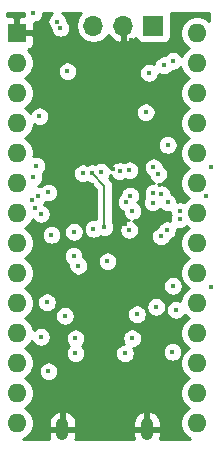
<source format=gbr>
G04 #@! TF.GenerationSoftware,KiCad,Pcbnew,5.1.5+dfsg1-2build2*
G04 #@! TF.CreationDate,2023-08-25T20:20:15+01:00*
G04 #@! TF.ProjectId,pico-sp0256,7069636f-2d73-4703-9032-35362e6b6963,rev?*
G04 #@! TF.SameCoordinates,Original*
G04 #@! TF.FileFunction,Copper,L2,Inr*
G04 #@! TF.FilePolarity,Positive*
%FSLAX46Y46*%
G04 Gerber Fmt 4.6, Leading zero omitted, Abs format (unit mm)*
G04 Created by KiCad (PCBNEW 5.1.5+dfsg1-2build2) date 2023-08-25 20:20:15*
%MOMM*%
%LPD*%
G04 APERTURE LIST*
%ADD10O,1.600000X1.600000*%
%ADD11R,1.600000X1.600000*%
%ADD12O,1.700000X1.700000*%
%ADD13R,1.700000X1.700000*%
%ADD14O,1.050000X1.900000*%
%ADD15C,0.400000*%
%ADD16C,0.200000*%
%ADD17C,0.254000*%
G04 APERTURE END LIST*
D10*
X89403501Y-69520001D03*
X74163501Y-102540001D03*
X89403501Y-72060001D03*
X74163501Y-100000001D03*
X89403501Y-74600001D03*
X74163501Y-97460001D03*
X89403501Y-77140001D03*
X74163501Y-94920001D03*
X89403501Y-79680001D03*
X74163501Y-92380001D03*
X89403501Y-82220001D03*
X74163501Y-89840001D03*
X89403501Y-84760001D03*
X74163501Y-87300001D03*
X89403501Y-87300001D03*
X74163501Y-84760001D03*
X89403501Y-89840001D03*
X74163501Y-82220001D03*
X89403501Y-92380001D03*
X74163501Y-79680001D03*
X89403501Y-94920001D03*
X74163501Y-77140001D03*
X89403501Y-97460001D03*
X74163501Y-74600001D03*
X89403501Y-100000001D03*
X74163501Y-72060001D03*
X89403501Y-102540001D03*
D11*
X74163501Y-69520001D03*
D12*
X80645000Y-68897500D03*
X83185000Y-68897500D03*
D13*
X85725000Y-68897500D03*
D14*
X85172500Y-103054000D03*
X78022500Y-103054000D03*
D15*
X82550000Y-82423000D03*
X80518000Y-82423000D03*
X80137000Y-84963000D03*
X82423000Y-84836000D03*
X85381402Y-93604999D03*
X86351753Y-89023260D03*
X77470000Y-88519000D03*
X80443500Y-89154000D03*
X83820000Y-70104000D03*
X86741000Y-75946000D03*
X83947000Y-78994000D03*
X82296000Y-81026000D03*
X78814499Y-77531451D03*
X76073000Y-78867000D03*
X76581000Y-81407001D03*
X83279610Y-85696364D03*
X78966000Y-88392000D03*
X80645000Y-86106000D03*
X77089000Y-86614000D03*
X78994000Y-86360000D03*
X81835804Y-88852196D03*
X76835000Y-98171000D03*
X87329999Y-96520000D03*
X85725000Y-83058000D03*
X85075042Y-76242050D03*
X86614000Y-72263000D03*
X86360000Y-86741000D03*
X76073000Y-76581000D03*
X81280000Y-81280000D03*
X76835000Y-83018148D03*
X79358596Y-89228577D03*
X81562000Y-85979000D03*
X80518000Y-81407000D03*
X87376000Y-71882000D03*
X86931500Y-78995000D03*
X77851000Y-69088000D03*
X75819000Y-80772000D03*
X75565000Y-67818000D03*
X79756000Y-81407000D03*
X83947000Y-84582000D03*
X75692000Y-84328000D03*
X83439000Y-83820000D03*
X75438000Y-83693000D03*
X76192000Y-84836000D03*
X76192000Y-95250000D03*
X85657519Y-83882686D03*
X85725000Y-80899000D03*
X83745028Y-83303910D03*
X75947235Y-83320000D03*
X76708000Y-92329000D03*
X87368000Y-90932000D03*
X90634000Y-91059000D03*
X87937904Y-85290095D03*
X85344000Y-72898000D03*
X78439490Y-72771000D03*
X77582671Y-68551342D03*
X87965029Y-84610113D03*
X86129548Y-81468283D03*
X90634000Y-80899000D03*
X83693000Y-81153000D03*
X82865212Y-81215737D03*
X75569172Y-81735224D03*
X86394325Y-83172382D03*
X90170000Y-83312000D03*
X86917189Y-83872381D03*
X85949235Y-92718598D03*
X87630000Y-92964000D03*
X83312000Y-96647000D03*
X79121000Y-96647000D03*
X83923010Y-95377000D03*
X79121000Y-95377000D03*
X84323020Y-93345000D03*
X78232000Y-93472000D03*
X83659971Y-86194962D03*
X86868000Y-86233000D03*
D16*
X81562000Y-82451000D02*
X81562000Y-85979000D01*
X80518000Y-81407000D02*
X81562000Y-82451000D01*
D17*
G36*
X74730000Y-67900240D02*
G01*
X74762089Y-68061560D01*
X74771002Y-68083079D01*
X74449251Y-68085001D01*
X74290501Y-68243751D01*
X74290501Y-69393001D01*
X75439751Y-69393001D01*
X75598501Y-69234251D01*
X75601573Y-68720001D01*
X75594974Y-68653000D01*
X75647240Y-68653000D01*
X75808560Y-68620911D01*
X75960521Y-68557967D01*
X76097281Y-68466587D01*
X76213587Y-68350281D01*
X76304967Y-68213521D01*
X76367911Y-68061560D01*
X76400000Y-67900240D01*
X76400000Y-67843000D01*
X77139820Y-67843000D01*
X77050390Y-67902755D01*
X76934084Y-68019061D01*
X76842704Y-68155821D01*
X76779760Y-68307782D01*
X76747671Y-68469102D01*
X76747671Y-68633582D01*
X76779760Y-68794902D01*
X76842704Y-68946863D01*
X76934084Y-69083623D01*
X77016000Y-69165539D01*
X77016000Y-69170240D01*
X77048089Y-69331560D01*
X77111033Y-69483521D01*
X77202413Y-69620281D01*
X77318719Y-69736587D01*
X77455479Y-69827967D01*
X77607440Y-69890911D01*
X77768760Y-69923000D01*
X77933240Y-69923000D01*
X78094560Y-69890911D01*
X78246521Y-69827967D01*
X78383281Y-69736587D01*
X78499587Y-69620281D01*
X78590967Y-69483521D01*
X78653911Y-69331560D01*
X78686000Y-69170240D01*
X78686000Y-69005760D01*
X78653911Y-68844440D01*
X78590967Y-68692479D01*
X78499587Y-68555719D01*
X78417671Y-68473803D01*
X78417671Y-68469102D01*
X78385582Y-68307782D01*
X78322638Y-68155821D01*
X78231258Y-68019061D01*
X78114952Y-67902755D01*
X78025522Y-67843000D01*
X79599393Y-67843000D01*
X79491525Y-67950868D01*
X79329010Y-68194089D01*
X79217068Y-68464342D01*
X79160000Y-68751240D01*
X79160000Y-69043760D01*
X79217068Y-69330658D01*
X79329010Y-69600911D01*
X79491525Y-69844132D01*
X79698368Y-70050975D01*
X79941589Y-70213490D01*
X80211842Y-70325432D01*
X80498740Y-70382500D01*
X80791260Y-70382500D01*
X81078158Y-70325432D01*
X81348411Y-70213490D01*
X81591632Y-70050975D01*
X81798475Y-69844132D01*
X81920195Y-69661966D01*
X81989822Y-69778855D01*
X82184731Y-69995088D01*
X82418080Y-70169141D01*
X82680901Y-70294325D01*
X82828110Y-70338976D01*
X83058000Y-70217655D01*
X83058000Y-69024500D01*
X83038000Y-69024500D01*
X83038000Y-68770500D01*
X83058000Y-68770500D01*
X83058000Y-68750500D01*
X83312000Y-68750500D01*
X83312000Y-68770500D01*
X83332000Y-68770500D01*
X83332000Y-69024500D01*
X83312000Y-69024500D01*
X83312000Y-70217655D01*
X83541890Y-70338976D01*
X83689099Y-70294325D01*
X83951920Y-70169141D01*
X84185269Y-69995088D01*
X84261034Y-69911034D01*
X84285498Y-69991680D01*
X84344463Y-70101994D01*
X84423815Y-70198685D01*
X84520506Y-70278037D01*
X84630820Y-70337002D01*
X84750518Y-70373312D01*
X84875000Y-70385572D01*
X86575000Y-70385572D01*
X86699482Y-70373312D01*
X86819180Y-70337002D01*
X86929494Y-70278037D01*
X87026185Y-70198685D01*
X87105537Y-70101994D01*
X87164502Y-69991680D01*
X87200812Y-69871982D01*
X87213072Y-69747500D01*
X87213072Y-68047500D01*
X87200812Y-67923018D01*
X87176539Y-67843000D01*
X90399000Y-67843000D01*
X90399000Y-68486104D01*
X90318260Y-68405364D01*
X90083228Y-68248321D01*
X89822075Y-68140148D01*
X89544836Y-68085001D01*
X89262166Y-68085001D01*
X88984927Y-68140148D01*
X88723774Y-68248321D01*
X88488742Y-68405364D01*
X88288864Y-68605242D01*
X88131821Y-68840274D01*
X88023648Y-69101427D01*
X87968501Y-69378666D01*
X87968501Y-69661336D01*
X88023648Y-69938575D01*
X88131821Y-70199728D01*
X88288864Y-70434760D01*
X88488742Y-70634638D01*
X88721260Y-70790001D01*
X88488742Y-70945364D01*
X88288864Y-71145242D01*
X88131821Y-71380274D01*
X88098597Y-71460483D01*
X88024587Y-71349719D01*
X87908281Y-71233413D01*
X87771521Y-71142033D01*
X87619560Y-71079089D01*
X87458240Y-71047000D01*
X87293760Y-71047000D01*
X87132440Y-71079089D01*
X86980479Y-71142033D01*
X86843719Y-71233413D01*
X86727413Y-71349719D01*
X86675107Y-71428000D01*
X86531760Y-71428000D01*
X86370440Y-71460089D01*
X86218479Y-71523033D01*
X86081719Y-71614413D01*
X85965413Y-71730719D01*
X85874033Y-71867479D01*
X85811089Y-72019440D01*
X85779000Y-72180760D01*
X85779000Y-72184412D01*
X85739521Y-72158033D01*
X85587560Y-72095089D01*
X85426240Y-72063000D01*
X85261760Y-72063000D01*
X85100440Y-72095089D01*
X84948479Y-72158033D01*
X84811719Y-72249413D01*
X84695413Y-72365719D01*
X84604033Y-72502479D01*
X84541089Y-72654440D01*
X84509000Y-72815760D01*
X84509000Y-72980240D01*
X84541089Y-73141560D01*
X84604033Y-73293521D01*
X84695413Y-73430281D01*
X84811719Y-73546587D01*
X84948479Y-73637967D01*
X85100440Y-73700911D01*
X85261760Y-73733000D01*
X85426240Y-73733000D01*
X85587560Y-73700911D01*
X85739521Y-73637967D01*
X85876281Y-73546587D01*
X85992587Y-73430281D01*
X86083967Y-73293521D01*
X86146911Y-73141560D01*
X86179000Y-72980240D01*
X86179000Y-72976588D01*
X86218479Y-73002967D01*
X86370440Y-73065911D01*
X86531760Y-73098000D01*
X86696240Y-73098000D01*
X86857560Y-73065911D01*
X87009521Y-73002967D01*
X87146281Y-72911587D01*
X87262587Y-72795281D01*
X87314893Y-72717000D01*
X87458240Y-72717000D01*
X87619560Y-72684911D01*
X87771521Y-72621967D01*
X87908281Y-72530587D01*
X88013137Y-72425731D01*
X88023648Y-72478575D01*
X88131821Y-72739728D01*
X88288864Y-72974760D01*
X88488742Y-73174638D01*
X88721260Y-73330001D01*
X88488742Y-73485364D01*
X88288864Y-73685242D01*
X88131821Y-73920274D01*
X88023648Y-74181427D01*
X87968501Y-74458666D01*
X87968501Y-74741336D01*
X88023648Y-75018575D01*
X88131821Y-75279728D01*
X88288864Y-75514760D01*
X88488742Y-75714638D01*
X88721260Y-75870001D01*
X88488742Y-76025364D01*
X88288864Y-76225242D01*
X88131821Y-76460274D01*
X88023648Y-76721427D01*
X87968501Y-76998666D01*
X87968501Y-77281336D01*
X88023648Y-77558575D01*
X88131821Y-77819728D01*
X88288864Y-78054760D01*
X88488742Y-78254638D01*
X88721260Y-78410001D01*
X88488742Y-78565364D01*
X88288864Y-78765242D01*
X88131821Y-79000274D01*
X88023648Y-79261427D01*
X87968501Y-79538666D01*
X87968501Y-79821336D01*
X88023648Y-80098575D01*
X88131821Y-80359728D01*
X88288864Y-80594760D01*
X88488742Y-80794638D01*
X88721260Y-80950001D01*
X88488742Y-81105364D01*
X88288864Y-81305242D01*
X88131821Y-81540274D01*
X88023648Y-81801427D01*
X87968501Y-82078666D01*
X87968501Y-82361336D01*
X88023648Y-82638575D01*
X88131821Y-82899728D01*
X88288864Y-83134760D01*
X88488742Y-83334638D01*
X88721260Y-83490001D01*
X88488742Y-83645364D01*
X88292250Y-83841856D01*
X88208589Y-83807202D01*
X88047269Y-83775113D01*
X87882789Y-83775113D01*
X87752189Y-83801091D01*
X87752189Y-83790141D01*
X87720100Y-83628821D01*
X87657156Y-83476860D01*
X87565776Y-83340100D01*
X87449470Y-83223794D01*
X87312710Y-83132414D01*
X87229325Y-83097875D01*
X87229325Y-83090142D01*
X87197236Y-82928822D01*
X87134292Y-82776861D01*
X87042912Y-82640101D01*
X86926606Y-82523795D01*
X86789846Y-82432415D01*
X86637885Y-82369471D01*
X86476565Y-82337382D01*
X86312085Y-82337382D01*
X86186781Y-82362307D01*
X86120521Y-82318033D01*
X86084911Y-82303283D01*
X86211788Y-82303283D01*
X86373108Y-82271194D01*
X86525069Y-82208250D01*
X86661829Y-82116870D01*
X86778135Y-82000564D01*
X86869515Y-81863804D01*
X86932459Y-81711843D01*
X86964548Y-81550523D01*
X86964548Y-81386043D01*
X86932459Y-81224723D01*
X86869515Y-81072762D01*
X86778135Y-80936002D01*
X86661829Y-80819696D01*
X86545065Y-80741677D01*
X86527911Y-80655440D01*
X86464967Y-80503479D01*
X86373587Y-80366719D01*
X86257281Y-80250413D01*
X86120521Y-80159033D01*
X85968560Y-80096089D01*
X85807240Y-80064000D01*
X85642760Y-80064000D01*
X85481440Y-80096089D01*
X85329479Y-80159033D01*
X85192719Y-80250413D01*
X85076413Y-80366719D01*
X84985033Y-80503479D01*
X84922089Y-80655440D01*
X84890000Y-80816760D01*
X84890000Y-80981240D01*
X84922089Y-81142560D01*
X84985033Y-81294521D01*
X85076413Y-81431281D01*
X85192719Y-81547587D01*
X85309483Y-81625606D01*
X85326637Y-81711843D01*
X85389581Y-81863804D01*
X85480961Y-82000564D01*
X85597267Y-82116870D01*
X85734027Y-82208250D01*
X85769637Y-82223000D01*
X85642760Y-82223000D01*
X85481440Y-82255089D01*
X85329479Y-82318033D01*
X85192719Y-82409413D01*
X85076413Y-82525719D01*
X84985033Y-82662479D01*
X84922089Y-82814440D01*
X84890000Y-82975760D01*
X84890000Y-83140240D01*
X84922089Y-83301560D01*
X84967812Y-83411946D01*
X84917552Y-83487165D01*
X84854608Y-83639126D01*
X84822519Y-83800446D01*
X84822519Y-83964926D01*
X84854608Y-84126246D01*
X84917552Y-84278207D01*
X85008932Y-84414967D01*
X85125238Y-84531273D01*
X85261998Y-84622653D01*
X85413959Y-84685597D01*
X85575279Y-84717686D01*
X85739759Y-84717686D01*
X85901079Y-84685597D01*
X86053040Y-84622653D01*
X86189800Y-84531273D01*
X86292507Y-84428567D01*
X86384908Y-84520968D01*
X86521668Y-84612348D01*
X86673629Y-84675292D01*
X86834949Y-84707381D01*
X86999429Y-84707381D01*
X87130029Y-84681403D01*
X87130029Y-84692353D01*
X87162118Y-84853673D01*
X87188498Y-84917361D01*
X87134993Y-85046535D01*
X87102904Y-85207855D01*
X87102904Y-85372335D01*
X87114646Y-85431367D01*
X87111560Y-85430089D01*
X86950240Y-85398000D01*
X86785760Y-85398000D01*
X86624440Y-85430089D01*
X86472479Y-85493033D01*
X86335719Y-85584413D01*
X86219413Y-85700719D01*
X86128033Y-85837479D01*
X86080129Y-85953129D01*
X85964479Y-86001033D01*
X85827719Y-86092413D01*
X85711413Y-86208719D01*
X85620033Y-86345479D01*
X85557089Y-86497440D01*
X85525000Y-86658760D01*
X85525000Y-86823240D01*
X85557089Y-86984560D01*
X85620033Y-87136521D01*
X85711413Y-87273281D01*
X85827719Y-87389587D01*
X85964479Y-87480967D01*
X86116440Y-87543911D01*
X86277760Y-87576000D01*
X86442240Y-87576000D01*
X86603560Y-87543911D01*
X86755521Y-87480967D01*
X86892281Y-87389587D01*
X87008587Y-87273281D01*
X87099967Y-87136521D01*
X87147871Y-87020871D01*
X87263521Y-86972967D01*
X87400281Y-86881587D01*
X87516587Y-86765281D01*
X87607967Y-86628521D01*
X87670911Y-86476560D01*
X87703000Y-86315240D01*
X87703000Y-86150760D01*
X87691258Y-86091728D01*
X87694344Y-86093006D01*
X87855664Y-86125095D01*
X88020144Y-86125095D01*
X88181464Y-86093006D01*
X88333425Y-86030062D01*
X88470185Y-85938682D01*
X88516009Y-85892858D01*
X88721260Y-86030001D01*
X88488742Y-86185364D01*
X88288864Y-86385242D01*
X88131821Y-86620274D01*
X88023648Y-86881427D01*
X87968501Y-87158666D01*
X87968501Y-87441336D01*
X88023648Y-87718575D01*
X88131821Y-87979728D01*
X88288864Y-88214760D01*
X88488742Y-88414638D01*
X88721260Y-88570001D01*
X88488742Y-88725364D01*
X88288864Y-88925242D01*
X88131821Y-89160274D01*
X88023648Y-89421427D01*
X87968501Y-89698666D01*
X87968501Y-89981336D01*
X88023648Y-90258575D01*
X88131821Y-90519728D01*
X88288864Y-90754760D01*
X88488742Y-90954638D01*
X88721260Y-91110001D01*
X88488742Y-91265364D01*
X88288864Y-91465242D01*
X88131821Y-91700274D01*
X88023648Y-91961427D01*
X87975531Y-92203326D01*
X87873560Y-92161089D01*
X87712240Y-92129000D01*
X87547760Y-92129000D01*
X87386440Y-92161089D01*
X87234479Y-92224033D01*
X87097719Y-92315413D01*
X86981413Y-92431719D01*
X86890033Y-92568479D01*
X86827089Y-92720440D01*
X86795000Y-92881760D01*
X86795000Y-93046240D01*
X86827089Y-93207560D01*
X86890033Y-93359521D01*
X86981413Y-93496281D01*
X87097719Y-93612587D01*
X87234479Y-93703967D01*
X87386440Y-93766911D01*
X87547760Y-93799000D01*
X87712240Y-93799000D01*
X87873560Y-93766911D01*
X88025521Y-93703967D01*
X88162281Y-93612587D01*
X88278587Y-93496281D01*
X88363421Y-93369317D01*
X88488742Y-93494638D01*
X88721260Y-93650001D01*
X88488742Y-93805364D01*
X88288864Y-94005242D01*
X88131821Y-94240274D01*
X88023648Y-94501427D01*
X87968501Y-94778666D01*
X87968501Y-95061336D01*
X88023648Y-95338575D01*
X88131821Y-95599728D01*
X88288864Y-95834760D01*
X88488742Y-96034638D01*
X88721260Y-96190001D01*
X88488742Y-96345364D01*
X88288864Y-96545242D01*
X88131821Y-96780274D01*
X88023648Y-97041427D01*
X87968501Y-97318666D01*
X87968501Y-97601336D01*
X88023648Y-97878575D01*
X88131821Y-98139728D01*
X88288864Y-98374760D01*
X88488742Y-98574638D01*
X88721260Y-98730001D01*
X88488742Y-98885364D01*
X88288864Y-99085242D01*
X88131821Y-99320274D01*
X88023648Y-99581427D01*
X87968501Y-99858666D01*
X87968501Y-100141336D01*
X88023648Y-100418575D01*
X88131821Y-100679728D01*
X88288864Y-100914760D01*
X88488742Y-101114638D01*
X88721260Y-101270001D01*
X88488742Y-101425364D01*
X88288864Y-101625242D01*
X88131821Y-101860274D01*
X88023648Y-102121427D01*
X87968501Y-102398666D01*
X87968501Y-102681336D01*
X88023648Y-102958575D01*
X88131821Y-103219728D01*
X88288864Y-103454760D01*
X88488742Y-103654638D01*
X88723774Y-103811681D01*
X88842841Y-103861000D01*
X86272139Y-103861000D01*
X86285434Y-103829865D01*
X86332500Y-103606000D01*
X86332500Y-103181000D01*
X85299500Y-103181000D01*
X85299500Y-103201000D01*
X85045500Y-103201000D01*
X85045500Y-103181000D01*
X84012500Y-103181000D01*
X84012500Y-103606000D01*
X84059566Y-103829865D01*
X84072861Y-103861000D01*
X79122139Y-103861000D01*
X79135434Y-103829865D01*
X79182500Y-103606000D01*
X79182500Y-103181000D01*
X78149500Y-103181000D01*
X78149500Y-103201000D01*
X77895500Y-103201000D01*
X77895500Y-103181000D01*
X76862500Y-103181000D01*
X76862500Y-103606000D01*
X76909566Y-103829865D01*
X76922861Y-103861000D01*
X74724161Y-103861000D01*
X74843228Y-103811681D01*
X75078260Y-103654638D01*
X75278138Y-103454760D01*
X75435181Y-103219728D01*
X75543354Y-102958575D01*
X75598501Y-102681336D01*
X75598501Y-102502000D01*
X76862500Y-102502000D01*
X76862500Y-102927000D01*
X77895500Y-102927000D01*
X77895500Y-101635837D01*
X78149500Y-101635837D01*
X78149500Y-102927000D01*
X79182500Y-102927000D01*
X79182500Y-102502000D01*
X84012500Y-102502000D01*
X84012500Y-102927000D01*
X85045500Y-102927000D01*
X85045500Y-101635837D01*
X85299500Y-101635837D01*
X85299500Y-102927000D01*
X86332500Y-102927000D01*
X86332500Y-102502000D01*
X86285434Y-102278135D01*
X86195599Y-102067754D01*
X86066447Y-101878941D01*
X85902941Y-101718953D01*
X85711364Y-101593937D01*
X85478310Y-101510036D01*
X85299500Y-101635837D01*
X85045500Y-101635837D01*
X84866690Y-101510036D01*
X84633636Y-101593937D01*
X84442059Y-101718953D01*
X84278553Y-101878941D01*
X84149401Y-102067754D01*
X84059566Y-102278135D01*
X84012500Y-102502000D01*
X79182500Y-102502000D01*
X79135434Y-102278135D01*
X79045599Y-102067754D01*
X78916447Y-101878941D01*
X78752941Y-101718953D01*
X78561364Y-101593937D01*
X78328310Y-101510036D01*
X78149500Y-101635837D01*
X77895500Y-101635837D01*
X77716690Y-101510036D01*
X77483636Y-101593937D01*
X77292059Y-101718953D01*
X77128553Y-101878941D01*
X76999401Y-102067754D01*
X76909566Y-102278135D01*
X76862500Y-102502000D01*
X75598501Y-102502000D01*
X75598501Y-102398666D01*
X75543354Y-102121427D01*
X75435181Y-101860274D01*
X75278138Y-101625242D01*
X75078260Y-101425364D01*
X74845742Y-101270001D01*
X75078260Y-101114638D01*
X75278138Y-100914760D01*
X75435181Y-100679728D01*
X75543354Y-100418575D01*
X75598501Y-100141336D01*
X75598501Y-99858666D01*
X75543354Y-99581427D01*
X75435181Y-99320274D01*
X75278138Y-99085242D01*
X75078260Y-98885364D01*
X74845742Y-98730001D01*
X75078260Y-98574638D01*
X75278138Y-98374760D01*
X75435181Y-98139728D01*
X75456292Y-98088760D01*
X76000000Y-98088760D01*
X76000000Y-98253240D01*
X76032089Y-98414560D01*
X76095033Y-98566521D01*
X76186413Y-98703281D01*
X76302719Y-98819587D01*
X76439479Y-98910967D01*
X76591440Y-98973911D01*
X76752760Y-99006000D01*
X76917240Y-99006000D01*
X77078560Y-98973911D01*
X77230521Y-98910967D01*
X77367281Y-98819587D01*
X77483587Y-98703281D01*
X77574967Y-98566521D01*
X77637911Y-98414560D01*
X77670000Y-98253240D01*
X77670000Y-98088760D01*
X77637911Y-97927440D01*
X77574967Y-97775479D01*
X77483587Y-97638719D01*
X77367281Y-97522413D01*
X77230521Y-97431033D01*
X77078560Y-97368089D01*
X76917240Y-97336000D01*
X76752760Y-97336000D01*
X76591440Y-97368089D01*
X76439479Y-97431033D01*
X76302719Y-97522413D01*
X76186413Y-97638719D01*
X76095033Y-97775479D01*
X76032089Y-97927440D01*
X76000000Y-98088760D01*
X75456292Y-98088760D01*
X75543354Y-97878575D01*
X75598501Y-97601336D01*
X75598501Y-97318666D01*
X75543354Y-97041427D01*
X75435181Y-96780274D01*
X75278138Y-96545242D01*
X75078260Y-96345364D01*
X74845742Y-96190001D01*
X75078260Y-96034638D01*
X75278138Y-95834760D01*
X75433875Y-95601683D01*
X75452033Y-95645521D01*
X75543413Y-95782281D01*
X75659719Y-95898587D01*
X75796479Y-95989967D01*
X75948440Y-96052911D01*
X76109760Y-96085000D01*
X76274240Y-96085000D01*
X76435560Y-96052911D01*
X76587521Y-95989967D01*
X76724281Y-95898587D01*
X76840587Y-95782281D01*
X76931967Y-95645521D01*
X76994911Y-95493560D01*
X77027000Y-95332240D01*
X77027000Y-95294760D01*
X78286000Y-95294760D01*
X78286000Y-95459240D01*
X78318089Y-95620560D01*
X78381033Y-95772521D01*
X78472413Y-95909281D01*
X78575132Y-96012000D01*
X78472413Y-96114719D01*
X78381033Y-96251479D01*
X78318089Y-96403440D01*
X78286000Y-96564760D01*
X78286000Y-96729240D01*
X78318089Y-96890560D01*
X78381033Y-97042521D01*
X78472413Y-97179281D01*
X78588719Y-97295587D01*
X78725479Y-97386967D01*
X78877440Y-97449911D01*
X79038760Y-97482000D01*
X79203240Y-97482000D01*
X79364560Y-97449911D01*
X79516521Y-97386967D01*
X79653281Y-97295587D01*
X79769587Y-97179281D01*
X79860967Y-97042521D01*
X79923911Y-96890560D01*
X79956000Y-96729240D01*
X79956000Y-96564760D01*
X82477000Y-96564760D01*
X82477000Y-96729240D01*
X82509089Y-96890560D01*
X82572033Y-97042521D01*
X82663413Y-97179281D01*
X82779719Y-97295587D01*
X82916479Y-97386967D01*
X83068440Y-97449911D01*
X83229760Y-97482000D01*
X83394240Y-97482000D01*
X83555560Y-97449911D01*
X83707521Y-97386967D01*
X83844281Y-97295587D01*
X83960587Y-97179281D01*
X84051967Y-97042521D01*
X84114911Y-96890560D01*
X84147000Y-96729240D01*
X84147000Y-96564760D01*
X84121738Y-96437760D01*
X86494999Y-96437760D01*
X86494999Y-96602240D01*
X86527088Y-96763560D01*
X86590032Y-96915521D01*
X86681412Y-97052281D01*
X86797718Y-97168587D01*
X86934478Y-97259967D01*
X87086439Y-97322911D01*
X87247759Y-97355000D01*
X87412239Y-97355000D01*
X87573559Y-97322911D01*
X87725520Y-97259967D01*
X87862280Y-97168587D01*
X87978586Y-97052281D01*
X88069966Y-96915521D01*
X88132910Y-96763560D01*
X88164999Y-96602240D01*
X88164999Y-96437760D01*
X88132910Y-96276440D01*
X88069966Y-96124479D01*
X87978586Y-95987719D01*
X87862280Y-95871413D01*
X87725520Y-95780033D01*
X87573559Y-95717089D01*
X87412239Y-95685000D01*
X87247759Y-95685000D01*
X87086439Y-95717089D01*
X86934478Y-95780033D01*
X86797718Y-95871413D01*
X86681412Y-95987719D01*
X86590032Y-96124479D01*
X86527088Y-96276440D01*
X86494999Y-96437760D01*
X84121738Y-96437760D01*
X84114911Y-96403440D01*
X84051967Y-96251479D01*
X84023202Y-96208429D01*
X84166570Y-96179911D01*
X84318531Y-96116967D01*
X84455291Y-96025587D01*
X84571597Y-95909281D01*
X84662977Y-95772521D01*
X84725921Y-95620560D01*
X84758010Y-95459240D01*
X84758010Y-95294760D01*
X84725921Y-95133440D01*
X84662977Y-94981479D01*
X84571597Y-94844719D01*
X84455291Y-94728413D01*
X84318531Y-94637033D01*
X84166570Y-94574089D01*
X84005250Y-94542000D01*
X83840770Y-94542000D01*
X83679450Y-94574089D01*
X83527489Y-94637033D01*
X83390729Y-94728413D01*
X83274423Y-94844719D01*
X83183043Y-94981479D01*
X83120099Y-95133440D01*
X83088010Y-95294760D01*
X83088010Y-95459240D01*
X83120099Y-95620560D01*
X83183043Y-95772521D01*
X83211808Y-95815571D01*
X83068440Y-95844089D01*
X82916479Y-95907033D01*
X82779719Y-95998413D01*
X82663413Y-96114719D01*
X82572033Y-96251479D01*
X82509089Y-96403440D01*
X82477000Y-96564760D01*
X79956000Y-96564760D01*
X79923911Y-96403440D01*
X79860967Y-96251479D01*
X79769587Y-96114719D01*
X79666868Y-96012000D01*
X79769587Y-95909281D01*
X79860967Y-95772521D01*
X79923911Y-95620560D01*
X79956000Y-95459240D01*
X79956000Y-95294760D01*
X79923911Y-95133440D01*
X79860967Y-94981479D01*
X79769587Y-94844719D01*
X79653281Y-94728413D01*
X79516521Y-94637033D01*
X79364560Y-94574089D01*
X79203240Y-94542000D01*
X79038760Y-94542000D01*
X78877440Y-94574089D01*
X78725479Y-94637033D01*
X78588719Y-94728413D01*
X78472413Y-94844719D01*
X78381033Y-94981479D01*
X78318089Y-95133440D01*
X78286000Y-95294760D01*
X77027000Y-95294760D01*
X77027000Y-95167760D01*
X76994911Y-95006440D01*
X76931967Y-94854479D01*
X76840587Y-94717719D01*
X76724281Y-94601413D01*
X76587521Y-94510033D01*
X76435560Y-94447089D01*
X76274240Y-94415000D01*
X76109760Y-94415000D01*
X75948440Y-94447089D01*
X75796479Y-94510033D01*
X75659719Y-94601413D01*
X75579249Y-94681883D01*
X75543354Y-94501427D01*
X75435181Y-94240274D01*
X75278138Y-94005242D01*
X75078260Y-93805364D01*
X74845742Y-93650001D01*
X75078260Y-93494638D01*
X75183138Y-93389760D01*
X77397000Y-93389760D01*
X77397000Y-93554240D01*
X77429089Y-93715560D01*
X77492033Y-93867521D01*
X77583413Y-94004281D01*
X77699719Y-94120587D01*
X77836479Y-94211967D01*
X77988440Y-94274911D01*
X78149760Y-94307000D01*
X78314240Y-94307000D01*
X78475560Y-94274911D01*
X78627521Y-94211967D01*
X78764281Y-94120587D01*
X78880587Y-94004281D01*
X78971967Y-93867521D01*
X79034911Y-93715560D01*
X79067000Y-93554240D01*
X79067000Y-93389760D01*
X79041738Y-93262760D01*
X83488020Y-93262760D01*
X83488020Y-93427240D01*
X83520109Y-93588560D01*
X83583053Y-93740521D01*
X83674433Y-93877281D01*
X83790739Y-93993587D01*
X83927499Y-94084967D01*
X84079460Y-94147911D01*
X84240780Y-94180000D01*
X84405260Y-94180000D01*
X84566580Y-94147911D01*
X84718541Y-94084967D01*
X84855301Y-93993587D01*
X84971607Y-93877281D01*
X85062987Y-93740521D01*
X85125931Y-93588560D01*
X85158020Y-93427240D01*
X85158020Y-93262760D01*
X85125931Y-93101440D01*
X85062987Y-92949479D01*
X84971607Y-92812719D01*
X84855301Y-92696413D01*
X84765423Y-92636358D01*
X85114235Y-92636358D01*
X85114235Y-92800838D01*
X85146324Y-92962158D01*
X85209268Y-93114119D01*
X85300648Y-93250879D01*
X85416954Y-93367185D01*
X85553714Y-93458565D01*
X85705675Y-93521509D01*
X85866995Y-93553598D01*
X86031475Y-93553598D01*
X86192795Y-93521509D01*
X86344756Y-93458565D01*
X86481516Y-93367185D01*
X86597822Y-93250879D01*
X86689202Y-93114119D01*
X86752146Y-92962158D01*
X86784235Y-92800838D01*
X86784235Y-92636358D01*
X86752146Y-92475038D01*
X86689202Y-92323077D01*
X86597822Y-92186317D01*
X86481516Y-92070011D01*
X86344756Y-91978631D01*
X86192795Y-91915687D01*
X86031475Y-91883598D01*
X85866995Y-91883598D01*
X85705675Y-91915687D01*
X85553714Y-91978631D01*
X85416954Y-92070011D01*
X85300648Y-92186317D01*
X85209268Y-92323077D01*
X85146324Y-92475038D01*
X85114235Y-92636358D01*
X84765423Y-92636358D01*
X84718541Y-92605033D01*
X84566580Y-92542089D01*
X84405260Y-92510000D01*
X84240780Y-92510000D01*
X84079460Y-92542089D01*
X83927499Y-92605033D01*
X83790739Y-92696413D01*
X83674433Y-92812719D01*
X83583053Y-92949479D01*
X83520109Y-93101440D01*
X83488020Y-93262760D01*
X79041738Y-93262760D01*
X79034911Y-93228440D01*
X78971967Y-93076479D01*
X78880587Y-92939719D01*
X78764281Y-92823413D01*
X78627521Y-92732033D01*
X78475560Y-92669089D01*
X78314240Y-92637000D01*
X78149760Y-92637000D01*
X77988440Y-92669089D01*
X77836479Y-92732033D01*
X77699719Y-92823413D01*
X77583413Y-92939719D01*
X77492033Y-93076479D01*
X77429089Y-93228440D01*
X77397000Y-93389760D01*
X75183138Y-93389760D01*
X75278138Y-93294760D01*
X75435181Y-93059728D01*
X75543354Y-92798575D01*
X75598501Y-92521336D01*
X75598501Y-92246760D01*
X75873000Y-92246760D01*
X75873000Y-92411240D01*
X75905089Y-92572560D01*
X75968033Y-92724521D01*
X76059413Y-92861281D01*
X76175719Y-92977587D01*
X76312479Y-93068967D01*
X76464440Y-93131911D01*
X76625760Y-93164000D01*
X76790240Y-93164000D01*
X76951560Y-93131911D01*
X77103521Y-93068967D01*
X77240281Y-92977587D01*
X77356587Y-92861281D01*
X77447967Y-92724521D01*
X77510911Y-92572560D01*
X77543000Y-92411240D01*
X77543000Y-92246760D01*
X77510911Y-92085440D01*
X77447967Y-91933479D01*
X77356587Y-91796719D01*
X77240281Y-91680413D01*
X77103521Y-91589033D01*
X76951560Y-91526089D01*
X76790240Y-91494000D01*
X76625760Y-91494000D01*
X76464440Y-91526089D01*
X76312479Y-91589033D01*
X76175719Y-91680413D01*
X76059413Y-91796719D01*
X75968033Y-91933479D01*
X75905089Y-92085440D01*
X75873000Y-92246760D01*
X75598501Y-92246760D01*
X75598501Y-92238666D01*
X75543354Y-91961427D01*
X75435181Y-91700274D01*
X75278138Y-91465242D01*
X75078260Y-91265364D01*
X74845742Y-91110001D01*
X75078260Y-90954638D01*
X75183138Y-90849760D01*
X86533000Y-90849760D01*
X86533000Y-91014240D01*
X86565089Y-91175560D01*
X86628033Y-91327521D01*
X86719413Y-91464281D01*
X86835719Y-91580587D01*
X86972479Y-91671967D01*
X87124440Y-91734911D01*
X87285760Y-91767000D01*
X87450240Y-91767000D01*
X87611560Y-91734911D01*
X87763521Y-91671967D01*
X87900281Y-91580587D01*
X88016587Y-91464281D01*
X88107967Y-91327521D01*
X88170911Y-91175560D01*
X88203000Y-91014240D01*
X88203000Y-90849760D01*
X88170911Y-90688440D01*
X88107967Y-90536479D01*
X88016587Y-90399719D01*
X87900281Y-90283413D01*
X87763521Y-90192033D01*
X87611560Y-90129089D01*
X87450240Y-90097000D01*
X87285760Y-90097000D01*
X87124440Y-90129089D01*
X86972479Y-90192033D01*
X86835719Y-90283413D01*
X86719413Y-90399719D01*
X86628033Y-90536479D01*
X86565089Y-90688440D01*
X86533000Y-90849760D01*
X75183138Y-90849760D01*
X75278138Y-90754760D01*
X75435181Y-90519728D01*
X75543354Y-90258575D01*
X75598501Y-89981336D01*
X75598501Y-89698666D01*
X75543354Y-89421427D01*
X75435181Y-89160274D01*
X75278138Y-88925242D01*
X75078260Y-88725364D01*
X74845742Y-88570001D01*
X75078260Y-88414638D01*
X75183138Y-88309760D01*
X78131000Y-88309760D01*
X78131000Y-88474240D01*
X78163089Y-88635560D01*
X78226033Y-88787521D01*
X78317413Y-88924281D01*
X78433719Y-89040587D01*
X78531619Y-89106002D01*
X78523596Y-89146337D01*
X78523596Y-89310817D01*
X78555685Y-89472137D01*
X78618629Y-89624098D01*
X78710009Y-89760858D01*
X78826315Y-89877164D01*
X78963075Y-89968544D01*
X79115036Y-90031488D01*
X79276356Y-90063577D01*
X79440836Y-90063577D01*
X79602156Y-90031488D01*
X79754117Y-89968544D01*
X79890877Y-89877164D01*
X80007183Y-89760858D01*
X80098563Y-89624098D01*
X80161507Y-89472137D01*
X80193596Y-89310817D01*
X80193596Y-89146337D01*
X80161507Y-88985017D01*
X80098563Y-88833056D01*
X80056401Y-88769956D01*
X81000804Y-88769956D01*
X81000804Y-88934436D01*
X81032893Y-89095756D01*
X81095837Y-89247717D01*
X81187217Y-89384477D01*
X81303523Y-89500783D01*
X81440283Y-89592163D01*
X81592244Y-89655107D01*
X81753564Y-89687196D01*
X81918044Y-89687196D01*
X82079364Y-89655107D01*
X82231325Y-89592163D01*
X82368085Y-89500783D01*
X82484391Y-89384477D01*
X82575771Y-89247717D01*
X82638715Y-89095756D01*
X82670804Y-88934436D01*
X82670804Y-88769956D01*
X82638715Y-88608636D01*
X82575771Y-88456675D01*
X82484391Y-88319915D01*
X82368085Y-88203609D01*
X82231325Y-88112229D01*
X82079364Y-88049285D01*
X81918044Y-88017196D01*
X81753564Y-88017196D01*
X81592244Y-88049285D01*
X81440283Y-88112229D01*
X81303523Y-88203609D01*
X81187217Y-88319915D01*
X81095837Y-88456675D01*
X81032893Y-88608636D01*
X81000804Y-88769956D01*
X80056401Y-88769956D01*
X80007183Y-88696296D01*
X79890877Y-88579990D01*
X79792977Y-88514575D01*
X79801000Y-88474240D01*
X79801000Y-88309760D01*
X79768911Y-88148440D01*
X79705967Y-87996479D01*
X79614587Y-87859719D01*
X79498281Y-87743413D01*
X79361521Y-87652033D01*
X79209560Y-87589089D01*
X79048240Y-87557000D01*
X78883760Y-87557000D01*
X78722440Y-87589089D01*
X78570479Y-87652033D01*
X78433719Y-87743413D01*
X78317413Y-87859719D01*
X78226033Y-87996479D01*
X78163089Y-88148440D01*
X78131000Y-88309760D01*
X75183138Y-88309760D01*
X75278138Y-88214760D01*
X75435181Y-87979728D01*
X75543354Y-87718575D01*
X75598501Y-87441336D01*
X75598501Y-87158666D01*
X75543354Y-86881427D01*
X75435181Y-86620274D01*
X75376038Y-86531760D01*
X76254000Y-86531760D01*
X76254000Y-86696240D01*
X76286089Y-86857560D01*
X76349033Y-87009521D01*
X76440413Y-87146281D01*
X76556719Y-87262587D01*
X76693479Y-87353967D01*
X76845440Y-87416911D01*
X77006760Y-87449000D01*
X77171240Y-87449000D01*
X77332560Y-87416911D01*
X77484521Y-87353967D01*
X77621281Y-87262587D01*
X77737587Y-87146281D01*
X77828967Y-87009521D01*
X77891911Y-86857560D01*
X77924000Y-86696240D01*
X77924000Y-86531760D01*
X77891911Y-86370440D01*
X77853522Y-86277760D01*
X78159000Y-86277760D01*
X78159000Y-86442240D01*
X78191089Y-86603560D01*
X78254033Y-86755521D01*
X78345413Y-86892281D01*
X78461719Y-87008587D01*
X78598479Y-87099967D01*
X78750440Y-87162911D01*
X78911760Y-87195000D01*
X79076240Y-87195000D01*
X79237560Y-87162911D01*
X79389521Y-87099967D01*
X79526281Y-87008587D01*
X79642587Y-86892281D01*
X79733967Y-86755521D01*
X79796911Y-86603560D01*
X79829000Y-86442240D01*
X79829000Y-86283758D01*
X79842089Y-86349560D01*
X79905033Y-86501521D01*
X79996413Y-86638281D01*
X80112719Y-86754587D01*
X80249479Y-86845967D01*
X80401440Y-86908911D01*
X80562760Y-86941000D01*
X80727240Y-86941000D01*
X80888560Y-86908911D01*
X81040521Y-86845967D01*
X81177281Y-86754587D01*
X81199304Y-86732564D01*
X81318440Y-86781911D01*
X81479760Y-86814000D01*
X81644240Y-86814000D01*
X81805560Y-86781911D01*
X81957521Y-86718967D01*
X82094281Y-86627587D01*
X82210587Y-86511281D01*
X82301967Y-86374521D01*
X82364911Y-86222560D01*
X82397000Y-86061240D01*
X82397000Y-85896760D01*
X82364911Y-85735440D01*
X82301967Y-85583479D01*
X82297000Y-85576045D01*
X82297000Y-83737760D01*
X82604000Y-83737760D01*
X82604000Y-83902240D01*
X82636089Y-84063560D01*
X82699033Y-84215521D01*
X82790413Y-84352281D01*
X82906719Y-84468587D01*
X83043479Y-84559967D01*
X83112000Y-84588349D01*
X83112000Y-84664240D01*
X83144089Y-84825560D01*
X83207033Y-84977521D01*
X83298413Y-85114281D01*
X83414719Y-85230587D01*
X83551479Y-85321967D01*
X83643207Y-85359962D01*
X83577731Y-85359962D01*
X83416411Y-85392051D01*
X83264450Y-85454995D01*
X83127690Y-85546375D01*
X83011384Y-85662681D01*
X82920004Y-85799441D01*
X82857060Y-85951402D01*
X82824971Y-86112722D01*
X82824971Y-86277202D01*
X82857060Y-86438522D01*
X82920004Y-86590483D01*
X83011384Y-86727243D01*
X83127690Y-86843549D01*
X83264450Y-86934929D01*
X83416411Y-86997873D01*
X83577731Y-87029962D01*
X83742211Y-87029962D01*
X83903531Y-86997873D01*
X84055492Y-86934929D01*
X84192252Y-86843549D01*
X84308558Y-86727243D01*
X84399938Y-86590483D01*
X84462882Y-86438522D01*
X84494971Y-86277202D01*
X84494971Y-86112722D01*
X84462882Y-85951402D01*
X84399938Y-85799441D01*
X84308558Y-85662681D01*
X84192252Y-85546375D01*
X84055492Y-85454995D01*
X83963764Y-85417000D01*
X84029240Y-85417000D01*
X84190560Y-85384911D01*
X84342521Y-85321967D01*
X84479281Y-85230587D01*
X84595587Y-85114281D01*
X84686967Y-84977521D01*
X84749911Y-84825560D01*
X84782000Y-84664240D01*
X84782000Y-84499760D01*
X84749911Y-84338440D01*
X84686967Y-84186479D01*
X84595587Y-84049719D01*
X84479281Y-83933413D01*
X84369648Y-83860158D01*
X84393615Y-83836191D01*
X84484995Y-83699431D01*
X84547939Y-83547470D01*
X84580028Y-83386150D01*
X84580028Y-83221670D01*
X84547939Y-83060350D01*
X84484995Y-82908389D01*
X84393615Y-82771629D01*
X84277309Y-82655323D01*
X84140549Y-82563943D01*
X83988588Y-82500999D01*
X83827268Y-82468910D01*
X83662788Y-82468910D01*
X83501468Y-82500999D01*
X83349507Y-82563943D01*
X83212747Y-82655323D01*
X83096441Y-82771629D01*
X83005061Y-82908389D01*
X82942117Y-83060350D01*
X82922064Y-83161160D01*
X82906719Y-83171413D01*
X82790413Y-83287719D01*
X82699033Y-83424479D01*
X82636089Y-83576440D01*
X82604000Y-83737760D01*
X82297000Y-83737760D01*
X82297000Y-82487105D01*
X82300556Y-82451000D01*
X82286365Y-82306915D01*
X82266673Y-82242000D01*
X82244337Y-82168367D01*
X82176087Y-82040680D01*
X82125290Y-81978784D01*
X82107253Y-81956806D01*
X82107250Y-81956803D01*
X82084237Y-81928762D01*
X82056197Y-81905750D01*
X81942262Y-81791815D01*
X82019967Y-81675521D01*
X82082911Y-81523560D01*
X82084860Y-81513760D01*
X82125245Y-81611258D01*
X82216625Y-81748018D01*
X82332931Y-81864324D01*
X82469691Y-81955704D01*
X82621652Y-82018648D01*
X82782972Y-82050737D01*
X82947452Y-82050737D01*
X83108772Y-82018648D01*
X83260733Y-81955704D01*
X83332757Y-81907579D01*
X83449440Y-81955911D01*
X83610760Y-81988000D01*
X83775240Y-81988000D01*
X83936560Y-81955911D01*
X84088521Y-81892967D01*
X84225281Y-81801587D01*
X84341587Y-81685281D01*
X84432967Y-81548521D01*
X84495911Y-81396560D01*
X84528000Y-81235240D01*
X84528000Y-81070760D01*
X84495911Y-80909440D01*
X84432967Y-80757479D01*
X84341587Y-80620719D01*
X84225281Y-80504413D01*
X84088521Y-80413033D01*
X83936560Y-80350089D01*
X83775240Y-80318000D01*
X83610760Y-80318000D01*
X83449440Y-80350089D01*
X83297479Y-80413033D01*
X83225455Y-80461158D01*
X83108772Y-80412826D01*
X82947452Y-80380737D01*
X82782972Y-80380737D01*
X82621652Y-80412826D01*
X82469691Y-80475770D01*
X82332931Y-80567150D01*
X82216625Y-80683456D01*
X82125245Y-80820216D01*
X82062301Y-80972177D01*
X82060352Y-80981977D01*
X82019967Y-80884479D01*
X81928587Y-80747719D01*
X81812281Y-80631413D01*
X81675521Y-80540033D01*
X81523560Y-80477089D01*
X81362240Y-80445000D01*
X81197760Y-80445000D01*
X81036440Y-80477089D01*
X80884479Y-80540033D01*
X80778260Y-80611006D01*
X80761560Y-80604089D01*
X80600240Y-80572000D01*
X80435760Y-80572000D01*
X80274440Y-80604089D01*
X80137000Y-80661018D01*
X79999560Y-80604089D01*
X79838240Y-80572000D01*
X79673760Y-80572000D01*
X79512440Y-80604089D01*
X79360479Y-80667033D01*
X79223719Y-80758413D01*
X79107413Y-80874719D01*
X79016033Y-81011479D01*
X78953089Y-81163440D01*
X78921000Y-81324760D01*
X78921000Y-81489240D01*
X78953089Y-81650560D01*
X79016033Y-81802521D01*
X79107413Y-81939281D01*
X79223719Y-82055587D01*
X79360479Y-82146967D01*
X79512440Y-82209911D01*
X79673760Y-82242000D01*
X79838240Y-82242000D01*
X79999560Y-82209911D01*
X80137000Y-82152982D01*
X80274440Y-82209911D01*
X80283209Y-82211655D01*
X80827000Y-82755447D01*
X80827001Y-85290844D01*
X80727240Y-85271000D01*
X80562760Y-85271000D01*
X80401440Y-85303089D01*
X80249479Y-85366033D01*
X80112719Y-85457413D01*
X79996413Y-85573719D01*
X79905033Y-85710479D01*
X79842089Y-85862440D01*
X79810000Y-86023760D01*
X79810000Y-86182242D01*
X79796911Y-86116440D01*
X79733967Y-85964479D01*
X79642587Y-85827719D01*
X79526281Y-85711413D01*
X79389521Y-85620033D01*
X79237560Y-85557089D01*
X79076240Y-85525000D01*
X78911760Y-85525000D01*
X78750440Y-85557089D01*
X78598479Y-85620033D01*
X78461719Y-85711413D01*
X78345413Y-85827719D01*
X78254033Y-85964479D01*
X78191089Y-86116440D01*
X78159000Y-86277760D01*
X77853522Y-86277760D01*
X77828967Y-86218479D01*
X77737587Y-86081719D01*
X77621281Y-85965413D01*
X77484521Y-85874033D01*
X77332560Y-85811089D01*
X77171240Y-85779000D01*
X77006760Y-85779000D01*
X76845440Y-85811089D01*
X76693479Y-85874033D01*
X76556719Y-85965413D01*
X76440413Y-86081719D01*
X76349033Y-86218479D01*
X76286089Y-86370440D01*
X76254000Y-86531760D01*
X75376038Y-86531760D01*
X75278138Y-86385242D01*
X75078260Y-86185364D01*
X74845742Y-86030001D01*
X75078260Y-85874638D01*
X75278138Y-85674760D01*
X75435181Y-85439728D01*
X75494869Y-85295629D01*
X75543413Y-85368281D01*
X75659719Y-85484587D01*
X75796479Y-85575967D01*
X75948440Y-85638911D01*
X76109760Y-85671000D01*
X76274240Y-85671000D01*
X76435560Y-85638911D01*
X76587521Y-85575967D01*
X76724281Y-85484587D01*
X76840587Y-85368281D01*
X76931967Y-85231521D01*
X76994911Y-85079560D01*
X77027000Y-84918240D01*
X77027000Y-84753760D01*
X76994911Y-84592440D01*
X76931967Y-84440479D01*
X76840587Y-84303719D01*
X76724281Y-84187413D01*
X76587521Y-84096033D01*
X76481528Y-84052129D01*
X76453989Y-83985644D01*
X76479516Y-83968587D01*
X76595822Y-83852281D01*
X76613722Y-83825491D01*
X76752760Y-83853148D01*
X76917240Y-83853148D01*
X77078560Y-83821059D01*
X77230521Y-83758115D01*
X77367281Y-83666735D01*
X77483587Y-83550429D01*
X77574967Y-83413669D01*
X77637911Y-83261708D01*
X77670000Y-83100388D01*
X77670000Y-82935908D01*
X77637911Y-82774588D01*
X77574967Y-82622627D01*
X77483587Y-82485867D01*
X77367281Y-82369561D01*
X77230521Y-82278181D01*
X77078560Y-82215237D01*
X76917240Y-82183148D01*
X76752760Y-82183148D01*
X76591440Y-82215237D01*
X76439479Y-82278181D01*
X76302719Y-82369561D01*
X76186413Y-82485867D01*
X76168513Y-82512657D01*
X76029475Y-82485000D01*
X75941012Y-82485000D01*
X75964693Y-82475191D01*
X76101453Y-82383811D01*
X76217759Y-82267505D01*
X76309139Y-82130745D01*
X76372083Y-81978784D01*
X76404172Y-81817464D01*
X76404172Y-81652984D01*
X76372083Y-81491664D01*
X76344515Y-81425108D01*
X76351281Y-81420587D01*
X76467587Y-81304281D01*
X76558967Y-81167521D01*
X76621911Y-81015560D01*
X76654000Y-80854240D01*
X76654000Y-80689760D01*
X76621911Y-80528440D01*
X76558967Y-80376479D01*
X76467587Y-80239719D01*
X76351281Y-80123413D01*
X76214521Y-80032033D01*
X76062560Y-79969089D01*
X75901240Y-79937000D01*
X75736760Y-79937000D01*
X75575440Y-79969089D01*
X75568542Y-79971946D01*
X75598501Y-79821336D01*
X75598501Y-79538666D01*
X75543354Y-79261427D01*
X75435181Y-79000274D01*
X75376707Y-78912760D01*
X86096500Y-78912760D01*
X86096500Y-79077240D01*
X86128589Y-79238560D01*
X86191533Y-79390521D01*
X86282913Y-79527281D01*
X86399219Y-79643587D01*
X86535979Y-79734967D01*
X86687940Y-79797911D01*
X86849260Y-79830000D01*
X87013740Y-79830000D01*
X87175060Y-79797911D01*
X87327021Y-79734967D01*
X87463781Y-79643587D01*
X87580087Y-79527281D01*
X87671467Y-79390521D01*
X87734411Y-79238560D01*
X87766500Y-79077240D01*
X87766500Y-78912760D01*
X87734411Y-78751440D01*
X87671467Y-78599479D01*
X87580087Y-78462719D01*
X87463781Y-78346413D01*
X87327021Y-78255033D01*
X87175060Y-78192089D01*
X87013740Y-78160000D01*
X86849260Y-78160000D01*
X86687940Y-78192089D01*
X86535979Y-78255033D01*
X86399219Y-78346413D01*
X86282913Y-78462719D01*
X86191533Y-78599479D01*
X86128589Y-78751440D01*
X86096500Y-78912760D01*
X75376707Y-78912760D01*
X75278138Y-78765242D01*
X75078260Y-78565364D01*
X74845742Y-78410001D01*
X75078260Y-78254638D01*
X75278138Y-78054760D01*
X75435181Y-77819728D01*
X75543354Y-77558575D01*
X75598501Y-77281336D01*
X75598501Y-77268196D01*
X75677479Y-77320967D01*
X75829440Y-77383911D01*
X75990760Y-77416000D01*
X76155240Y-77416000D01*
X76316560Y-77383911D01*
X76468521Y-77320967D01*
X76605281Y-77229587D01*
X76721587Y-77113281D01*
X76812967Y-76976521D01*
X76875911Y-76824560D01*
X76908000Y-76663240D01*
X76908000Y-76498760D01*
X76875911Y-76337440D01*
X76812967Y-76185479D01*
X76795816Y-76159810D01*
X84240042Y-76159810D01*
X84240042Y-76324290D01*
X84272131Y-76485610D01*
X84335075Y-76637571D01*
X84426455Y-76774331D01*
X84542761Y-76890637D01*
X84679521Y-76982017D01*
X84831482Y-77044961D01*
X84992802Y-77077050D01*
X85157282Y-77077050D01*
X85318602Y-77044961D01*
X85470563Y-76982017D01*
X85607323Y-76890637D01*
X85723629Y-76774331D01*
X85815009Y-76637571D01*
X85877953Y-76485610D01*
X85910042Y-76324290D01*
X85910042Y-76159810D01*
X85877953Y-75998490D01*
X85815009Y-75846529D01*
X85723629Y-75709769D01*
X85607323Y-75593463D01*
X85470563Y-75502083D01*
X85318602Y-75439139D01*
X85157282Y-75407050D01*
X84992802Y-75407050D01*
X84831482Y-75439139D01*
X84679521Y-75502083D01*
X84542761Y-75593463D01*
X84426455Y-75709769D01*
X84335075Y-75846529D01*
X84272131Y-75998490D01*
X84240042Y-76159810D01*
X76795816Y-76159810D01*
X76721587Y-76048719D01*
X76605281Y-75932413D01*
X76468521Y-75841033D01*
X76316560Y-75778089D01*
X76155240Y-75746000D01*
X75990760Y-75746000D01*
X75829440Y-75778089D01*
X75677479Y-75841033D01*
X75540719Y-75932413D01*
X75424413Y-76048719D01*
X75333033Y-76185479D01*
X75301858Y-76260742D01*
X75278138Y-76225242D01*
X75078260Y-76025364D01*
X74845742Y-75870001D01*
X75078260Y-75714638D01*
X75278138Y-75514760D01*
X75435181Y-75279728D01*
X75543354Y-75018575D01*
X75598501Y-74741336D01*
X75598501Y-74458666D01*
X75543354Y-74181427D01*
X75435181Y-73920274D01*
X75278138Y-73685242D01*
X75078260Y-73485364D01*
X74845742Y-73330001D01*
X75078260Y-73174638D01*
X75278138Y-72974760D01*
X75435181Y-72739728D01*
X75456292Y-72688760D01*
X77604490Y-72688760D01*
X77604490Y-72853240D01*
X77636579Y-73014560D01*
X77699523Y-73166521D01*
X77790903Y-73303281D01*
X77907209Y-73419587D01*
X78043969Y-73510967D01*
X78195930Y-73573911D01*
X78357250Y-73606000D01*
X78521730Y-73606000D01*
X78683050Y-73573911D01*
X78835011Y-73510967D01*
X78971771Y-73419587D01*
X79088077Y-73303281D01*
X79179457Y-73166521D01*
X79242401Y-73014560D01*
X79274490Y-72853240D01*
X79274490Y-72688760D01*
X79242401Y-72527440D01*
X79179457Y-72375479D01*
X79088077Y-72238719D01*
X78971771Y-72122413D01*
X78835011Y-72031033D01*
X78683050Y-71968089D01*
X78521730Y-71936000D01*
X78357250Y-71936000D01*
X78195930Y-71968089D01*
X78043969Y-72031033D01*
X77907209Y-72122413D01*
X77790903Y-72238719D01*
X77699523Y-72375479D01*
X77636579Y-72527440D01*
X77604490Y-72688760D01*
X75456292Y-72688760D01*
X75543354Y-72478575D01*
X75598501Y-72201336D01*
X75598501Y-71918666D01*
X75543354Y-71641427D01*
X75435181Y-71380274D01*
X75278138Y-71145242D01*
X75079540Y-70946644D01*
X75087983Y-70945813D01*
X75207681Y-70909503D01*
X75317995Y-70850538D01*
X75414686Y-70771186D01*
X75494038Y-70674495D01*
X75553003Y-70564181D01*
X75589313Y-70444483D01*
X75601573Y-70320001D01*
X75598501Y-69805751D01*
X75439751Y-69647001D01*
X74290501Y-69647001D01*
X74290501Y-69667001D01*
X74036501Y-69667001D01*
X74036501Y-69647001D01*
X74016501Y-69647001D01*
X74016501Y-69393001D01*
X74036501Y-69393001D01*
X74036501Y-68243751D01*
X73877751Y-68085001D01*
X73363501Y-68081929D01*
X73304000Y-68087789D01*
X73304000Y-67843000D01*
X74730000Y-67843000D01*
X74730000Y-67900240D01*
G37*
X74730000Y-67900240D02*
X74762089Y-68061560D01*
X74771002Y-68083079D01*
X74449251Y-68085001D01*
X74290501Y-68243751D01*
X74290501Y-69393001D01*
X75439751Y-69393001D01*
X75598501Y-69234251D01*
X75601573Y-68720001D01*
X75594974Y-68653000D01*
X75647240Y-68653000D01*
X75808560Y-68620911D01*
X75960521Y-68557967D01*
X76097281Y-68466587D01*
X76213587Y-68350281D01*
X76304967Y-68213521D01*
X76367911Y-68061560D01*
X76400000Y-67900240D01*
X76400000Y-67843000D01*
X77139820Y-67843000D01*
X77050390Y-67902755D01*
X76934084Y-68019061D01*
X76842704Y-68155821D01*
X76779760Y-68307782D01*
X76747671Y-68469102D01*
X76747671Y-68633582D01*
X76779760Y-68794902D01*
X76842704Y-68946863D01*
X76934084Y-69083623D01*
X77016000Y-69165539D01*
X77016000Y-69170240D01*
X77048089Y-69331560D01*
X77111033Y-69483521D01*
X77202413Y-69620281D01*
X77318719Y-69736587D01*
X77455479Y-69827967D01*
X77607440Y-69890911D01*
X77768760Y-69923000D01*
X77933240Y-69923000D01*
X78094560Y-69890911D01*
X78246521Y-69827967D01*
X78383281Y-69736587D01*
X78499587Y-69620281D01*
X78590967Y-69483521D01*
X78653911Y-69331560D01*
X78686000Y-69170240D01*
X78686000Y-69005760D01*
X78653911Y-68844440D01*
X78590967Y-68692479D01*
X78499587Y-68555719D01*
X78417671Y-68473803D01*
X78417671Y-68469102D01*
X78385582Y-68307782D01*
X78322638Y-68155821D01*
X78231258Y-68019061D01*
X78114952Y-67902755D01*
X78025522Y-67843000D01*
X79599393Y-67843000D01*
X79491525Y-67950868D01*
X79329010Y-68194089D01*
X79217068Y-68464342D01*
X79160000Y-68751240D01*
X79160000Y-69043760D01*
X79217068Y-69330658D01*
X79329010Y-69600911D01*
X79491525Y-69844132D01*
X79698368Y-70050975D01*
X79941589Y-70213490D01*
X80211842Y-70325432D01*
X80498740Y-70382500D01*
X80791260Y-70382500D01*
X81078158Y-70325432D01*
X81348411Y-70213490D01*
X81591632Y-70050975D01*
X81798475Y-69844132D01*
X81920195Y-69661966D01*
X81989822Y-69778855D01*
X82184731Y-69995088D01*
X82418080Y-70169141D01*
X82680901Y-70294325D01*
X82828110Y-70338976D01*
X83058000Y-70217655D01*
X83058000Y-69024500D01*
X83038000Y-69024500D01*
X83038000Y-68770500D01*
X83058000Y-68770500D01*
X83058000Y-68750500D01*
X83312000Y-68750500D01*
X83312000Y-68770500D01*
X83332000Y-68770500D01*
X83332000Y-69024500D01*
X83312000Y-69024500D01*
X83312000Y-70217655D01*
X83541890Y-70338976D01*
X83689099Y-70294325D01*
X83951920Y-70169141D01*
X84185269Y-69995088D01*
X84261034Y-69911034D01*
X84285498Y-69991680D01*
X84344463Y-70101994D01*
X84423815Y-70198685D01*
X84520506Y-70278037D01*
X84630820Y-70337002D01*
X84750518Y-70373312D01*
X84875000Y-70385572D01*
X86575000Y-70385572D01*
X86699482Y-70373312D01*
X86819180Y-70337002D01*
X86929494Y-70278037D01*
X87026185Y-70198685D01*
X87105537Y-70101994D01*
X87164502Y-69991680D01*
X87200812Y-69871982D01*
X87213072Y-69747500D01*
X87213072Y-68047500D01*
X87200812Y-67923018D01*
X87176539Y-67843000D01*
X90399000Y-67843000D01*
X90399000Y-68486104D01*
X90318260Y-68405364D01*
X90083228Y-68248321D01*
X89822075Y-68140148D01*
X89544836Y-68085001D01*
X89262166Y-68085001D01*
X88984927Y-68140148D01*
X88723774Y-68248321D01*
X88488742Y-68405364D01*
X88288864Y-68605242D01*
X88131821Y-68840274D01*
X88023648Y-69101427D01*
X87968501Y-69378666D01*
X87968501Y-69661336D01*
X88023648Y-69938575D01*
X88131821Y-70199728D01*
X88288864Y-70434760D01*
X88488742Y-70634638D01*
X88721260Y-70790001D01*
X88488742Y-70945364D01*
X88288864Y-71145242D01*
X88131821Y-71380274D01*
X88098597Y-71460483D01*
X88024587Y-71349719D01*
X87908281Y-71233413D01*
X87771521Y-71142033D01*
X87619560Y-71079089D01*
X87458240Y-71047000D01*
X87293760Y-71047000D01*
X87132440Y-71079089D01*
X86980479Y-71142033D01*
X86843719Y-71233413D01*
X86727413Y-71349719D01*
X86675107Y-71428000D01*
X86531760Y-71428000D01*
X86370440Y-71460089D01*
X86218479Y-71523033D01*
X86081719Y-71614413D01*
X85965413Y-71730719D01*
X85874033Y-71867479D01*
X85811089Y-72019440D01*
X85779000Y-72180760D01*
X85779000Y-72184412D01*
X85739521Y-72158033D01*
X85587560Y-72095089D01*
X85426240Y-72063000D01*
X85261760Y-72063000D01*
X85100440Y-72095089D01*
X84948479Y-72158033D01*
X84811719Y-72249413D01*
X84695413Y-72365719D01*
X84604033Y-72502479D01*
X84541089Y-72654440D01*
X84509000Y-72815760D01*
X84509000Y-72980240D01*
X84541089Y-73141560D01*
X84604033Y-73293521D01*
X84695413Y-73430281D01*
X84811719Y-73546587D01*
X84948479Y-73637967D01*
X85100440Y-73700911D01*
X85261760Y-73733000D01*
X85426240Y-73733000D01*
X85587560Y-73700911D01*
X85739521Y-73637967D01*
X85876281Y-73546587D01*
X85992587Y-73430281D01*
X86083967Y-73293521D01*
X86146911Y-73141560D01*
X86179000Y-72980240D01*
X86179000Y-72976588D01*
X86218479Y-73002967D01*
X86370440Y-73065911D01*
X86531760Y-73098000D01*
X86696240Y-73098000D01*
X86857560Y-73065911D01*
X87009521Y-73002967D01*
X87146281Y-72911587D01*
X87262587Y-72795281D01*
X87314893Y-72717000D01*
X87458240Y-72717000D01*
X87619560Y-72684911D01*
X87771521Y-72621967D01*
X87908281Y-72530587D01*
X88013137Y-72425731D01*
X88023648Y-72478575D01*
X88131821Y-72739728D01*
X88288864Y-72974760D01*
X88488742Y-73174638D01*
X88721260Y-73330001D01*
X88488742Y-73485364D01*
X88288864Y-73685242D01*
X88131821Y-73920274D01*
X88023648Y-74181427D01*
X87968501Y-74458666D01*
X87968501Y-74741336D01*
X88023648Y-75018575D01*
X88131821Y-75279728D01*
X88288864Y-75514760D01*
X88488742Y-75714638D01*
X88721260Y-75870001D01*
X88488742Y-76025364D01*
X88288864Y-76225242D01*
X88131821Y-76460274D01*
X88023648Y-76721427D01*
X87968501Y-76998666D01*
X87968501Y-77281336D01*
X88023648Y-77558575D01*
X88131821Y-77819728D01*
X88288864Y-78054760D01*
X88488742Y-78254638D01*
X88721260Y-78410001D01*
X88488742Y-78565364D01*
X88288864Y-78765242D01*
X88131821Y-79000274D01*
X88023648Y-79261427D01*
X87968501Y-79538666D01*
X87968501Y-79821336D01*
X88023648Y-80098575D01*
X88131821Y-80359728D01*
X88288864Y-80594760D01*
X88488742Y-80794638D01*
X88721260Y-80950001D01*
X88488742Y-81105364D01*
X88288864Y-81305242D01*
X88131821Y-81540274D01*
X88023648Y-81801427D01*
X87968501Y-82078666D01*
X87968501Y-82361336D01*
X88023648Y-82638575D01*
X88131821Y-82899728D01*
X88288864Y-83134760D01*
X88488742Y-83334638D01*
X88721260Y-83490001D01*
X88488742Y-83645364D01*
X88292250Y-83841856D01*
X88208589Y-83807202D01*
X88047269Y-83775113D01*
X87882789Y-83775113D01*
X87752189Y-83801091D01*
X87752189Y-83790141D01*
X87720100Y-83628821D01*
X87657156Y-83476860D01*
X87565776Y-83340100D01*
X87449470Y-83223794D01*
X87312710Y-83132414D01*
X87229325Y-83097875D01*
X87229325Y-83090142D01*
X87197236Y-82928822D01*
X87134292Y-82776861D01*
X87042912Y-82640101D01*
X86926606Y-82523795D01*
X86789846Y-82432415D01*
X86637885Y-82369471D01*
X86476565Y-82337382D01*
X86312085Y-82337382D01*
X86186781Y-82362307D01*
X86120521Y-82318033D01*
X86084911Y-82303283D01*
X86211788Y-82303283D01*
X86373108Y-82271194D01*
X86525069Y-82208250D01*
X86661829Y-82116870D01*
X86778135Y-82000564D01*
X86869515Y-81863804D01*
X86932459Y-81711843D01*
X86964548Y-81550523D01*
X86964548Y-81386043D01*
X86932459Y-81224723D01*
X86869515Y-81072762D01*
X86778135Y-80936002D01*
X86661829Y-80819696D01*
X86545065Y-80741677D01*
X86527911Y-80655440D01*
X86464967Y-80503479D01*
X86373587Y-80366719D01*
X86257281Y-80250413D01*
X86120521Y-80159033D01*
X85968560Y-80096089D01*
X85807240Y-80064000D01*
X85642760Y-80064000D01*
X85481440Y-80096089D01*
X85329479Y-80159033D01*
X85192719Y-80250413D01*
X85076413Y-80366719D01*
X84985033Y-80503479D01*
X84922089Y-80655440D01*
X84890000Y-80816760D01*
X84890000Y-80981240D01*
X84922089Y-81142560D01*
X84985033Y-81294521D01*
X85076413Y-81431281D01*
X85192719Y-81547587D01*
X85309483Y-81625606D01*
X85326637Y-81711843D01*
X85389581Y-81863804D01*
X85480961Y-82000564D01*
X85597267Y-82116870D01*
X85734027Y-82208250D01*
X85769637Y-82223000D01*
X85642760Y-82223000D01*
X85481440Y-82255089D01*
X85329479Y-82318033D01*
X85192719Y-82409413D01*
X85076413Y-82525719D01*
X84985033Y-82662479D01*
X84922089Y-82814440D01*
X84890000Y-82975760D01*
X84890000Y-83140240D01*
X84922089Y-83301560D01*
X84967812Y-83411946D01*
X84917552Y-83487165D01*
X84854608Y-83639126D01*
X84822519Y-83800446D01*
X84822519Y-83964926D01*
X84854608Y-84126246D01*
X84917552Y-84278207D01*
X85008932Y-84414967D01*
X85125238Y-84531273D01*
X85261998Y-84622653D01*
X85413959Y-84685597D01*
X85575279Y-84717686D01*
X85739759Y-84717686D01*
X85901079Y-84685597D01*
X86053040Y-84622653D01*
X86189800Y-84531273D01*
X86292507Y-84428567D01*
X86384908Y-84520968D01*
X86521668Y-84612348D01*
X86673629Y-84675292D01*
X86834949Y-84707381D01*
X86999429Y-84707381D01*
X87130029Y-84681403D01*
X87130029Y-84692353D01*
X87162118Y-84853673D01*
X87188498Y-84917361D01*
X87134993Y-85046535D01*
X87102904Y-85207855D01*
X87102904Y-85372335D01*
X87114646Y-85431367D01*
X87111560Y-85430089D01*
X86950240Y-85398000D01*
X86785760Y-85398000D01*
X86624440Y-85430089D01*
X86472479Y-85493033D01*
X86335719Y-85584413D01*
X86219413Y-85700719D01*
X86128033Y-85837479D01*
X86080129Y-85953129D01*
X85964479Y-86001033D01*
X85827719Y-86092413D01*
X85711413Y-86208719D01*
X85620033Y-86345479D01*
X85557089Y-86497440D01*
X85525000Y-86658760D01*
X85525000Y-86823240D01*
X85557089Y-86984560D01*
X85620033Y-87136521D01*
X85711413Y-87273281D01*
X85827719Y-87389587D01*
X85964479Y-87480967D01*
X86116440Y-87543911D01*
X86277760Y-87576000D01*
X86442240Y-87576000D01*
X86603560Y-87543911D01*
X86755521Y-87480967D01*
X86892281Y-87389587D01*
X87008587Y-87273281D01*
X87099967Y-87136521D01*
X87147871Y-87020871D01*
X87263521Y-86972967D01*
X87400281Y-86881587D01*
X87516587Y-86765281D01*
X87607967Y-86628521D01*
X87670911Y-86476560D01*
X87703000Y-86315240D01*
X87703000Y-86150760D01*
X87691258Y-86091728D01*
X87694344Y-86093006D01*
X87855664Y-86125095D01*
X88020144Y-86125095D01*
X88181464Y-86093006D01*
X88333425Y-86030062D01*
X88470185Y-85938682D01*
X88516009Y-85892858D01*
X88721260Y-86030001D01*
X88488742Y-86185364D01*
X88288864Y-86385242D01*
X88131821Y-86620274D01*
X88023648Y-86881427D01*
X87968501Y-87158666D01*
X87968501Y-87441336D01*
X88023648Y-87718575D01*
X88131821Y-87979728D01*
X88288864Y-88214760D01*
X88488742Y-88414638D01*
X88721260Y-88570001D01*
X88488742Y-88725364D01*
X88288864Y-88925242D01*
X88131821Y-89160274D01*
X88023648Y-89421427D01*
X87968501Y-89698666D01*
X87968501Y-89981336D01*
X88023648Y-90258575D01*
X88131821Y-90519728D01*
X88288864Y-90754760D01*
X88488742Y-90954638D01*
X88721260Y-91110001D01*
X88488742Y-91265364D01*
X88288864Y-91465242D01*
X88131821Y-91700274D01*
X88023648Y-91961427D01*
X87975531Y-92203326D01*
X87873560Y-92161089D01*
X87712240Y-92129000D01*
X87547760Y-92129000D01*
X87386440Y-92161089D01*
X87234479Y-92224033D01*
X87097719Y-92315413D01*
X86981413Y-92431719D01*
X86890033Y-92568479D01*
X86827089Y-92720440D01*
X86795000Y-92881760D01*
X86795000Y-93046240D01*
X86827089Y-93207560D01*
X86890033Y-93359521D01*
X86981413Y-93496281D01*
X87097719Y-93612587D01*
X87234479Y-93703967D01*
X87386440Y-93766911D01*
X87547760Y-93799000D01*
X87712240Y-93799000D01*
X87873560Y-93766911D01*
X88025521Y-93703967D01*
X88162281Y-93612587D01*
X88278587Y-93496281D01*
X88363421Y-93369317D01*
X88488742Y-93494638D01*
X88721260Y-93650001D01*
X88488742Y-93805364D01*
X88288864Y-94005242D01*
X88131821Y-94240274D01*
X88023648Y-94501427D01*
X87968501Y-94778666D01*
X87968501Y-95061336D01*
X88023648Y-95338575D01*
X88131821Y-95599728D01*
X88288864Y-95834760D01*
X88488742Y-96034638D01*
X88721260Y-96190001D01*
X88488742Y-96345364D01*
X88288864Y-96545242D01*
X88131821Y-96780274D01*
X88023648Y-97041427D01*
X87968501Y-97318666D01*
X87968501Y-97601336D01*
X88023648Y-97878575D01*
X88131821Y-98139728D01*
X88288864Y-98374760D01*
X88488742Y-98574638D01*
X88721260Y-98730001D01*
X88488742Y-98885364D01*
X88288864Y-99085242D01*
X88131821Y-99320274D01*
X88023648Y-99581427D01*
X87968501Y-99858666D01*
X87968501Y-100141336D01*
X88023648Y-100418575D01*
X88131821Y-100679728D01*
X88288864Y-100914760D01*
X88488742Y-101114638D01*
X88721260Y-101270001D01*
X88488742Y-101425364D01*
X88288864Y-101625242D01*
X88131821Y-101860274D01*
X88023648Y-102121427D01*
X87968501Y-102398666D01*
X87968501Y-102681336D01*
X88023648Y-102958575D01*
X88131821Y-103219728D01*
X88288864Y-103454760D01*
X88488742Y-103654638D01*
X88723774Y-103811681D01*
X88842841Y-103861000D01*
X86272139Y-103861000D01*
X86285434Y-103829865D01*
X86332500Y-103606000D01*
X86332500Y-103181000D01*
X85299500Y-103181000D01*
X85299500Y-103201000D01*
X85045500Y-103201000D01*
X85045500Y-103181000D01*
X84012500Y-103181000D01*
X84012500Y-103606000D01*
X84059566Y-103829865D01*
X84072861Y-103861000D01*
X79122139Y-103861000D01*
X79135434Y-103829865D01*
X79182500Y-103606000D01*
X79182500Y-103181000D01*
X78149500Y-103181000D01*
X78149500Y-103201000D01*
X77895500Y-103201000D01*
X77895500Y-103181000D01*
X76862500Y-103181000D01*
X76862500Y-103606000D01*
X76909566Y-103829865D01*
X76922861Y-103861000D01*
X74724161Y-103861000D01*
X74843228Y-103811681D01*
X75078260Y-103654638D01*
X75278138Y-103454760D01*
X75435181Y-103219728D01*
X75543354Y-102958575D01*
X75598501Y-102681336D01*
X75598501Y-102502000D01*
X76862500Y-102502000D01*
X76862500Y-102927000D01*
X77895500Y-102927000D01*
X77895500Y-101635837D01*
X78149500Y-101635837D01*
X78149500Y-102927000D01*
X79182500Y-102927000D01*
X79182500Y-102502000D01*
X84012500Y-102502000D01*
X84012500Y-102927000D01*
X85045500Y-102927000D01*
X85045500Y-101635837D01*
X85299500Y-101635837D01*
X85299500Y-102927000D01*
X86332500Y-102927000D01*
X86332500Y-102502000D01*
X86285434Y-102278135D01*
X86195599Y-102067754D01*
X86066447Y-101878941D01*
X85902941Y-101718953D01*
X85711364Y-101593937D01*
X85478310Y-101510036D01*
X85299500Y-101635837D01*
X85045500Y-101635837D01*
X84866690Y-101510036D01*
X84633636Y-101593937D01*
X84442059Y-101718953D01*
X84278553Y-101878941D01*
X84149401Y-102067754D01*
X84059566Y-102278135D01*
X84012500Y-102502000D01*
X79182500Y-102502000D01*
X79135434Y-102278135D01*
X79045599Y-102067754D01*
X78916447Y-101878941D01*
X78752941Y-101718953D01*
X78561364Y-101593937D01*
X78328310Y-101510036D01*
X78149500Y-101635837D01*
X77895500Y-101635837D01*
X77716690Y-101510036D01*
X77483636Y-101593937D01*
X77292059Y-101718953D01*
X77128553Y-101878941D01*
X76999401Y-102067754D01*
X76909566Y-102278135D01*
X76862500Y-102502000D01*
X75598501Y-102502000D01*
X75598501Y-102398666D01*
X75543354Y-102121427D01*
X75435181Y-101860274D01*
X75278138Y-101625242D01*
X75078260Y-101425364D01*
X74845742Y-101270001D01*
X75078260Y-101114638D01*
X75278138Y-100914760D01*
X75435181Y-100679728D01*
X75543354Y-100418575D01*
X75598501Y-100141336D01*
X75598501Y-99858666D01*
X75543354Y-99581427D01*
X75435181Y-99320274D01*
X75278138Y-99085242D01*
X75078260Y-98885364D01*
X74845742Y-98730001D01*
X75078260Y-98574638D01*
X75278138Y-98374760D01*
X75435181Y-98139728D01*
X75456292Y-98088760D01*
X76000000Y-98088760D01*
X76000000Y-98253240D01*
X76032089Y-98414560D01*
X76095033Y-98566521D01*
X76186413Y-98703281D01*
X76302719Y-98819587D01*
X76439479Y-98910967D01*
X76591440Y-98973911D01*
X76752760Y-99006000D01*
X76917240Y-99006000D01*
X77078560Y-98973911D01*
X77230521Y-98910967D01*
X77367281Y-98819587D01*
X77483587Y-98703281D01*
X77574967Y-98566521D01*
X77637911Y-98414560D01*
X77670000Y-98253240D01*
X77670000Y-98088760D01*
X77637911Y-97927440D01*
X77574967Y-97775479D01*
X77483587Y-97638719D01*
X77367281Y-97522413D01*
X77230521Y-97431033D01*
X77078560Y-97368089D01*
X76917240Y-97336000D01*
X76752760Y-97336000D01*
X76591440Y-97368089D01*
X76439479Y-97431033D01*
X76302719Y-97522413D01*
X76186413Y-97638719D01*
X76095033Y-97775479D01*
X76032089Y-97927440D01*
X76000000Y-98088760D01*
X75456292Y-98088760D01*
X75543354Y-97878575D01*
X75598501Y-97601336D01*
X75598501Y-97318666D01*
X75543354Y-97041427D01*
X75435181Y-96780274D01*
X75278138Y-96545242D01*
X75078260Y-96345364D01*
X74845742Y-96190001D01*
X75078260Y-96034638D01*
X75278138Y-95834760D01*
X75433875Y-95601683D01*
X75452033Y-95645521D01*
X75543413Y-95782281D01*
X75659719Y-95898587D01*
X75796479Y-95989967D01*
X75948440Y-96052911D01*
X76109760Y-96085000D01*
X76274240Y-96085000D01*
X76435560Y-96052911D01*
X76587521Y-95989967D01*
X76724281Y-95898587D01*
X76840587Y-95782281D01*
X76931967Y-95645521D01*
X76994911Y-95493560D01*
X77027000Y-95332240D01*
X77027000Y-95294760D01*
X78286000Y-95294760D01*
X78286000Y-95459240D01*
X78318089Y-95620560D01*
X78381033Y-95772521D01*
X78472413Y-95909281D01*
X78575132Y-96012000D01*
X78472413Y-96114719D01*
X78381033Y-96251479D01*
X78318089Y-96403440D01*
X78286000Y-96564760D01*
X78286000Y-96729240D01*
X78318089Y-96890560D01*
X78381033Y-97042521D01*
X78472413Y-97179281D01*
X78588719Y-97295587D01*
X78725479Y-97386967D01*
X78877440Y-97449911D01*
X79038760Y-97482000D01*
X79203240Y-97482000D01*
X79364560Y-97449911D01*
X79516521Y-97386967D01*
X79653281Y-97295587D01*
X79769587Y-97179281D01*
X79860967Y-97042521D01*
X79923911Y-96890560D01*
X79956000Y-96729240D01*
X79956000Y-96564760D01*
X82477000Y-96564760D01*
X82477000Y-96729240D01*
X82509089Y-96890560D01*
X82572033Y-97042521D01*
X82663413Y-97179281D01*
X82779719Y-97295587D01*
X82916479Y-97386967D01*
X83068440Y-97449911D01*
X83229760Y-97482000D01*
X83394240Y-97482000D01*
X83555560Y-97449911D01*
X83707521Y-97386967D01*
X83844281Y-97295587D01*
X83960587Y-97179281D01*
X84051967Y-97042521D01*
X84114911Y-96890560D01*
X84147000Y-96729240D01*
X84147000Y-96564760D01*
X84121738Y-96437760D01*
X86494999Y-96437760D01*
X86494999Y-96602240D01*
X86527088Y-96763560D01*
X86590032Y-96915521D01*
X86681412Y-97052281D01*
X86797718Y-97168587D01*
X86934478Y-97259967D01*
X87086439Y-97322911D01*
X87247759Y-97355000D01*
X87412239Y-97355000D01*
X87573559Y-97322911D01*
X87725520Y-97259967D01*
X87862280Y-97168587D01*
X87978586Y-97052281D01*
X88069966Y-96915521D01*
X88132910Y-96763560D01*
X88164999Y-96602240D01*
X88164999Y-96437760D01*
X88132910Y-96276440D01*
X88069966Y-96124479D01*
X87978586Y-95987719D01*
X87862280Y-95871413D01*
X87725520Y-95780033D01*
X87573559Y-95717089D01*
X87412239Y-95685000D01*
X87247759Y-95685000D01*
X87086439Y-95717089D01*
X86934478Y-95780033D01*
X86797718Y-95871413D01*
X86681412Y-95987719D01*
X86590032Y-96124479D01*
X86527088Y-96276440D01*
X86494999Y-96437760D01*
X84121738Y-96437760D01*
X84114911Y-96403440D01*
X84051967Y-96251479D01*
X84023202Y-96208429D01*
X84166570Y-96179911D01*
X84318531Y-96116967D01*
X84455291Y-96025587D01*
X84571597Y-95909281D01*
X84662977Y-95772521D01*
X84725921Y-95620560D01*
X84758010Y-95459240D01*
X84758010Y-95294760D01*
X84725921Y-95133440D01*
X84662977Y-94981479D01*
X84571597Y-94844719D01*
X84455291Y-94728413D01*
X84318531Y-94637033D01*
X84166570Y-94574089D01*
X84005250Y-94542000D01*
X83840770Y-94542000D01*
X83679450Y-94574089D01*
X83527489Y-94637033D01*
X83390729Y-94728413D01*
X83274423Y-94844719D01*
X83183043Y-94981479D01*
X83120099Y-95133440D01*
X83088010Y-95294760D01*
X83088010Y-95459240D01*
X83120099Y-95620560D01*
X83183043Y-95772521D01*
X83211808Y-95815571D01*
X83068440Y-95844089D01*
X82916479Y-95907033D01*
X82779719Y-95998413D01*
X82663413Y-96114719D01*
X82572033Y-96251479D01*
X82509089Y-96403440D01*
X82477000Y-96564760D01*
X79956000Y-96564760D01*
X79923911Y-96403440D01*
X79860967Y-96251479D01*
X79769587Y-96114719D01*
X79666868Y-96012000D01*
X79769587Y-95909281D01*
X79860967Y-95772521D01*
X79923911Y-95620560D01*
X79956000Y-95459240D01*
X79956000Y-95294760D01*
X79923911Y-95133440D01*
X79860967Y-94981479D01*
X79769587Y-94844719D01*
X79653281Y-94728413D01*
X79516521Y-94637033D01*
X79364560Y-94574089D01*
X79203240Y-94542000D01*
X79038760Y-94542000D01*
X78877440Y-94574089D01*
X78725479Y-94637033D01*
X78588719Y-94728413D01*
X78472413Y-94844719D01*
X78381033Y-94981479D01*
X78318089Y-95133440D01*
X78286000Y-95294760D01*
X77027000Y-95294760D01*
X77027000Y-95167760D01*
X76994911Y-95006440D01*
X76931967Y-94854479D01*
X76840587Y-94717719D01*
X76724281Y-94601413D01*
X76587521Y-94510033D01*
X76435560Y-94447089D01*
X76274240Y-94415000D01*
X76109760Y-94415000D01*
X75948440Y-94447089D01*
X75796479Y-94510033D01*
X75659719Y-94601413D01*
X75579249Y-94681883D01*
X75543354Y-94501427D01*
X75435181Y-94240274D01*
X75278138Y-94005242D01*
X75078260Y-93805364D01*
X74845742Y-93650001D01*
X75078260Y-93494638D01*
X75183138Y-93389760D01*
X77397000Y-93389760D01*
X77397000Y-93554240D01*
X77429089Y-93715560D01*
X77492033Y-93867521D01*
X77583413Y-94004281D01*
X77699719Y-94120587D01*
X77836479Y-94211967D01*
X77988440Y-94274911D01*
X78149760Y-94307000D01*
X78314240Y-94307000D01*
X78475560Y-94274911D01*
X78627521Y-94211967D01*
X78764281Y-94120587D01*
X78880587Y-94004281D01*
X78971967Y-93867521D01*
X79034911Y-93715560D01*
X79067000Y-93554240D01*
X79067000Y-93389760D01*
X79041738Y-93262760D01*
X83488020Y-93262760D01*
X83488020Y-93427240D01*
X83520109Y-93588560D01*
X83583053Y-93740521D01*
X83674433Y-93877281D01*
X83790739Y-93993587D01*
X83927499Y-94084967D01*
X84079460Y-94147911D01*
X84240780Y-94180000D01*
X84405260Y-94180000D01*
X84566580Y-94147911D01*
X84718541Y-94084967D01*
X84855301Y-93993587D01*
X84971607Y-93877281D01*
X85062987Y-93740521D01*
X85125931Y-93588560D01*
X85158020Y-93427240D01*
X85158020Y-93262760D01*
X85125931Y-93101440D01*
X85062987Y-92949479D01*
X84971607Y-92812719D01*
X84855301Y-92696413D01*
X84765423Y-92636358D01*
X85114235Y-92636358D01*
X85114235Y-92800838D01*
X85146324Y-92962158D01*
X85209268Y-93114119D01*
X85300648Y-93250879D01*
X85416954Y-93367185D01*
X85553714Y-93458565D01*
X85705675Y-93521509D01*
X85866995Y-93553598D01*
X86031475Y-93553598D01*
X86192795Y-93521509D01*
X86344756Y-93458565D01*
X86481516Y-93367185D01*
X86597822Y-93250879D01*
X86689202Y-93114119D01*
X86752146Y-92962158D01*
X86784235Y-92800838D01*
X86784235Y-92636358D01*
X86752146Y-92475038D01*
X86689202Y-92323077D01*
X86597822Y-92186317D01*
X86481516Y-92070011D01*
X86344756Y-91978631D01*
X86192795Y-91915687D01*
X86031475Y-91883598D01*
X85866995Y-91883598D01*
X85705675Y-91915687D01*
X85553714Y-91978631D01*
X85416954Y-92070011D01*
X85300648Y-92186317D01*
X85209268Y-92323077D01*
X85146324Y-92475038D01*
X85114235Y-92636358D01*
X84765423Y-92636358D01*
X84718541Y-92605033D01*
X84566580Y-92542089D01*
X84405260Y-92510000D01*
X84240780Y-92510000D01*
X84079460Y-92542089D01*
X83927499Y-92605033D01*
X83790739Y-92696413D01*
X83674433Y-92812719D01*
X83583053Y-92949479D01*
X83520109Y-93101440D01*
X83488020Y-93262760D01*
X79041738Y-93262760D01*
X79034911Y-93228440D01*
X78971967Y-93076479D01*
X78880587Y-92939719D01*
X78764281Y-92823413D01*
X78627521Y-92732033D01*
X78475560Y-92669089D01*
X78314240Y-92637000D01*
X78149760Y-92637000D01*
X77988440Y-92669089D01*
X77836479Y-92732033D01*
X77699719Y-92823413D01*
X77583413Y-92939719D01*
X77492033Y-93076479D01*
X77429089Y-93228440D01*
X77397000Y-93389760D01*
X75183138Y-93389760D01*
X75278138Y-93294760D01*
X75435181Y-93059728D01*
X75543354Y-92798575D01*
X75598501Y-92521336D01*
X75598501Y-92246760D01*
X75873000Y-92246760D01*
X75873000Y-92411240D01*
X75905089Y-92572560D01*
X75968033Y-92724521D01*
X76059413Y-92861281D01*
X76175719Y-92977587D01*
X76312479Y-93068967D01*
X76464440Y-93131911D01*
X76625760Y-93164000D01*
X76790240Y-93164000D01*
X76951560Y-93131911D01*
X77103521Y-93068967D01*
X77240281Y-92977587D01*
X77356587Y-92861281D01*
X77447967Y-92724521D01*
X77510911Y-92572560D01*
X77543000Y-92411240D01*
X77543000Y-92246760D01*
X77510911Y-92085440D01*
X77447967Y-91933479D01*
X77356587Y-91796719D01*
X77240281Y-91680413D01*
X77103521Y-91589033D01*
X76951560Y-91526089D01*
X76790240Y-91494000D01*
X76625760Y-91494000D01*
X76464440Y-91526089D01*
X76312479Y-91589033D01*
X76175719Y-91680413D01*
X76059413Y-91796719D01*
X75968033Y-91933479D01*
X75905089Y-92085440D01*
X75873000Y-92246760D01*
X75598501Y-92246760D01*
X75598501Y-92238666D01*
X75543354Y-91961427D01*
X75435181Y-91700274D01*
X75278138Y-91465242D01*
X75078260Y-91265364D01*
X74845742Y-91110001D01*
X75078260Y-90954638D01*
X75183138Y-90849760D01*
X86533000Y-90849760D01*
X86533000Y-91014240D01*
X86565089Y-91175560D01*
X86628033Y-91327521D01*
X86719413Y-91464281D01*
X86835719Y-91580587D01*
X86972479Y-91671967D01*
X87124440Y-91734911D01*
X87285760Y-91767000D01*
X87450240Y-91767000D01*
X87611560Y-91734911D01*
X87763521Y-91671967D01*
X87900281Y-91580587D01*
X88016587Y-91464281D01*
X88107967Y-91327521D01*
X88170911Y-91175560D01*
X88203000Y-91014240D01*
X88203000Y-90849760D01*
X88170911Y-90688440D01*
X88107967Y-90536479D01*
X88016587Y-90399719D01*
X87900281Y-90283413D01*
X87763521Y-90192033D01*
X87611560Y-90129089D01*
X87450240Y-90097000D01*
X87285760Y-90097000D01*
X87124440Y-90129089D01*
X86972479Y-90192033D01*
X86835719Y-90283413D01*
X86719413Y-90399719D01*
X86628033Y-90536479D01*
X86565089Y-90688440D01*
X86533000Y-90849760D01*
X75183138Y-90849760D01*
X75278138Y-90754760D01*
X75435181Y-90519728D01*
X75543354Y-90258575D01*
X75598501Y-89981336D01*
X75598501Y-89698666D01*
X75543354Y-89421427D01*
X75435181Y-89160274D01*
X75278138Y-88925242D01*
X75078260Y-88725364D01*
X74845742Y-88570001D01*
X75078260Y-88414638D01*
X75183138Y-88309760D01*
X78131000Y-88309760D01*
X78131000Y-88474240D01*
X78163089Y-88635560D01*
X78226033Y-88787521D01*
X78317413Y-88924281D01*
X78433719Y-89040587D01*
X78531619Y-89106002D01*
X78523596Y-89146337D01*
X78523596Y-89310817D01*
X78555685Y-89472137D01*
X78618629Y-89624098D01*
X78710009Y-89760858D01*
X78826315Y-89877164D01*
X78963075Y-89968544D01*
X79115036Y-90031488D01*
X79276356Y-90063577D01*
X79440836Y-90063577D01*
X79602156Y-90031488D01*
X79754117Y-89968544D01*
X79890877Y-89877164D01*
X80007183Y-89760858D01*
X80098563Y-89624098D01*
X80161507Y-89472137D01*
X80193596Y-89310817D01*
X80193596Y-89146337D01*
X80161507Y-88985017D01*
X80098563Y-88833056D01*
X80056401Y-88769956D01*
X81000804Y-88769956D01*
X81000804Y-88934436D01*
X81032893Y-89095756D01*
X81095837Y-89247717D01*
X81187217Y-89384477D01*
X81303523Y-89500783D01*
X81440283Y-89592163D01*
X81592244Y-89655107D01*
X81753564Y-89687196D01*
X81918044Y-89687196D01*
X82079364Y-89655107D01*
X82231325Y-89592163D01*
X82368085Y-89500783D01*
X82484391Y-89384477D01*
X82575771Y-89247717D01*
X82638715Y-89095756D01*
X82670804Y-88934436D01*
X82670804Y-88769956D01*
X82638715Y-88608636D01*
X82575771Y-88456675D01*
X82484391Y-88319915D01*
X82368085Y-88203609D01*
X82231325Y-88112229D01*
X82079364Y-88049285D01*
X81918044Y-88017196D01*
X81753564Y-88017196D01*
X81592244Y-88049285D01*
X81440283Y-88112229D01*
X81303523Y-88203609D01*
X81187217Y-88319915D01*
X81095837Y-88456675D01*
X81032893Y-88608636D01*
X81000804Y-88769956D01*
X80056401Y-88769956D01*
X80007183Y-88696296D01*
X79890877Y-88579990D01*
X79792977Y-88514575D01*
X79801000Y-88474240D01*
X79801000Y-88309760D01*
X79768911Y-88148440D01*
X79705967Y-87996479D01*
X79614587Y-87859719D01*
X79498281Y-87743413D01*
X79361521Y-87652033D01*
X79209560Y-87589089D01*
X79048240Y-87557000D01*
X78883760Y-87557000D01*
X78722440Y-87589089D01*
X78570479Y-87652033D01*
X78433719Y-87743413D01*
X78317413Y-87859719D01*
X78226033Y-87996479D01*
X78163089Y-88148440D01*
X78131000Y-88309760D01*
X75183138Y-88309760D01*
X75278138Y-88214760D01*
X75435181Y-87979728D01*
X75543354Y-87718575D01*
X75598501Y-87441336D01*
X75598501Y-87158666D01*
X75543354Y-86881427D01*
X75435181Y-86620274D01*
X75376038Y-86531760D01*
X76254000Y-86531760D01*
X76254000Y-86696240D01*
X76286089Y-86857560D01*
X76349033Y-87009521D01*
X76440413Y-87146281D01*
X76556719Y-87262587D01*
X76693479Y-87353967D01*
X76845440Y-87416911D01*
X77006760Y-87449000D01*
X77171240Y-87449000D01*
X77332560Y-87416911D01*
X77484521Y-87353967D01*
X77621281Y-87262587D01*
X77737587Y-87146281D01*
X77828967Y-87009521D01*
X77891911Y-86857560D01*
X77924000Y-86696240D01*
X77924000Y-86531760D01*
X77891911Y-86370440D01*
X77853522Y-86277760D01*
X78159000Y-86277760D01*
X78159000Y-86442240D01*
X78191089Y-86603560D01*
X78254033Y-86755521D01*
X78345413Y-86892281D01*
X78461719Y-87008587D01*
X78598479Y-87099967D01*
X78750440Y-87162911D01*
X78911760Y-87195000D01*
X79076240Y-87195000D01*
X79237560Y-87162911D01*
X79389521Y-87099967D01*
X79526281Y-87008587D01*
X79642587Y-86892281D01*
X79733967Y-86755521D01*
X79796911Y-86603560D01*
X79829000Y-86442240D01*
X79829000Y-86283758D01*
X79842089Y-86349560D01*
X79905033Y-86501521D01*
X79996413Y-86638281D01*
X80112719Y-86754587D01*
X80249479Y-86845967D01*
X80401440Y-86908911D01*
X80562760Y-86941000D01*
X80727240Y-86941000D01*
X80888560Y-86908911D01*
X81040521Y-86845967D01*
X81177281Y-86754587D01*
X81199304Y-86732564D01*
X81318440Y-86781911D01*
X81479760Y-86814000D01*
X81644240Y-86814000D01*
X81805560Y-86781911D01*
X81957521Y-86718967D01*
X82094281Y-86627587D01*
X82210587Y-86511281D01*
X82301967Y-86374521D01*
X82364911Y-86222560D01*
X82397000Y-86061240D01*
X82397000Y-85896760D01*
X82364911Y-85735440D01*
X82301967Y-85583479D01*
X82297000Y-85576045D01*
X82297000Y-83737760D01*
X82604000Y-83737760D01*
X82604000Y-83902240D01*
X82636089Y-84063560D01*
X82699033Y-84215521D01*
X82790413Y-84352281D01*
X82906719Y-84468587D01*
X83043479Y-84559967D01*
X83112000Y-84588349D01*
X83112000Y-84664240D01*
X83144089Y-84825560D01*
X83207033Y-84977521D01*
X83298413Y-85114281D01*
X83414719Y-85230587D01*
X83551479Y-85321967D01*
X83643207Y-85359962D01*
X83577731Y-85359962D01*
X83416411Y-85392051D01*
X83264450Y-85454995D01*
X83127690Y-85546375D01*
X83011384Y-85662681D01*
X82920004Y-85799441D01*
X82857060Y-85951402D01*
X82824971Y-86112722D01*
X82824971Y-86277202D01*
X82857060Y-86438522D01*
X82920004Y-86590483D01*
X83011384Y-86727243D01*
X83127690Y-86843549D01*
X83264450Y-86934929D01*
X83416411Y-86997873D01*
X83577731Y-87029962D01*
X83742211Y-87029962D01*
X83903531Y-86997873D01*
X84055492Y-86934929D01*
X84192252Y-86843549D01*
X84308558Y-86727243D01*
X84399938Y-86590483D01*
X84462882Y-86438522D01*
X84494971Y-86277202D01*
X84494971Y-86112722D01*
X84462882Y-85951402D01*
X84399938Y-85799441D01*
X84308558Y-85662681D01*
X84192252Y-85546375D01*
X84055492Y-85454995D01*
X83963764Y-85417000D01*
X84029240Y-85417000D01*
X84190560Y-85384911D01*
X84342521Y-85321967D01*
X84479281Y-85230587D01*
X84595587Y-85114281D01*
X84686967Y-84977521D01*
X84749911Y-84825560D01*
X84782000Y-84664240D01*
X84782000Y-84499760D01*
X84749911Y-84338440D01*
X84686967Y-84186479D01*
X84595587Y-84049719D01*
X84479281Y-83933413D01*
X84369648Y-83860158D01*
X84393615Y-83836191D01*
X84484995Y-83699431D01*
X84547939Y-83547470D01*
X84580028Y-83386150D01*
X84580028Y-83221670D01*
X84547939Y-83060350D01*
X84484995Y-82908389D01*
X84393615Y-82771629D01*
X84277309Y-82655323D01*
X84140549Y-82563943D01*
X83988588Y-82500999D01*
X83827268Y-82468910D01*
X83662788Y-82468910D01*
X83501468Y-82500999D01*
X83349507Y-82563943D01*
X83212747Y-82655323D01*
X83096441Y-82771629D01*
X83005061Y-82908389D01*
X82942117Y-83060350D01*
X82922064Y-83161160D01*
X82906719Y-83171413D01*
X82790413Y-83287719D01*
X82699033Y-83424479D01*
X82636089Y-83576440D01*
X82604000Y-83737760D01*
X82297000Y-83737760D01*
X82297000Y-82487105D01*
X82300556Y-82451000D01*
X82286365Y-82306915D01*
X82266673Y-82242000D01*
X82244337Y-82168367D01*
X82176087Y-82040680D01*
X82125290Y-81978784D01*
X82107253Y-81956806D01*
X82107250Y-81956803D01*
X82084237Y-81928762D01*
X82056197Y-81905750D01*
X81942262Y-81791815D01*
X82019967Y-81675521D01*
X82082911Y-81523560D01*
X82084860Y-81513760D01*
X82125245Y-81611258D01*
X82216625Y-81748018D01*
X82332931Y-81864324D01*
X82469691Y-81955704D01*
X82621652Y-82018648D01*
X82782972Y-82050737D01*
X82947452Y-82050737D01*
X83108772Y-82018648D01*
X83260733Y-81955704D01*
X83332757Y-81907579D01*
X83449440Y-81955911D01*
X83610760Y-81988000D01*
X83775240Y-81988000D01*
X83936560Y-81955911D01*
X84088521Y-81892967D01*
X84225281Y-81801587D01*
X84341587Y-81685281D01*
X84432967Y-81548521D01*
X84495911Y-81396560D01*
X84528000Y-81235240D01*
X84528000Y-81070760D01*
X84495911Y-80909440D01*
X84432967Y-80757479D01*
X84341587Y-80620719D01*
X84225281Y-80504413D01*
X84088521Y-80413033D01*
X83936560Y-80350089D01*
X83775240Y-80318000D01*
X83610760Y-80318000D01*
X83449440Y-80350089D01*
X83297479Y-80413033D01*
X83225455Y-80461158D01*
X83108772Y-80412826D01*
X82947452Y-80380737D01*
X82782972Y-80380737D01*
X82621652Y-80412826D01*
X82469691Y-80475770D01*
X82332931Y-80567150D01*
X82216625Y-80683456D01*
X82125245Y-80820216D01*
X82062301Y-80972177D01*
X82060352Y-80981977D01*
X82019967Y-80884479D01*
X81928587Y-80747719D01*
X81812281Y-80631413D01*
X81675521Y-80540033D01*
X81523560Y-80477089D01*
X81362240Y-80445000D01*
X81197760Y-80445000D01*
X81036440Y-80477089D01*
X80884479Y-80540033D01*
X80778260Y-80611006D01*
X80761560Y-80604089D01*
X80600240Y-80572000D01*
X80435760Y-80572000D01*
X80274440Y-80604089D01*
X80137000Y-80661018D01*
X79999560Y-80604089D01*
X79838240Y-80572000D01*
X79673760Y-80572000D01*
X79512440Y-80604089D01*
X79360479Y-80667033D01*
X79223719Y-80758413D01*
X79107413Y-80874719D01*
X79016033Y-81011479D01*
X78953089Y-81163440D01*
X78921000Y-81324760D01*
X78921000Y-81489240D01*
X78953089Y-81650560D01*
X79016033Y-81802521D01*
X79107413Y-81939281D01*
X79223719Y-82055587D01*
X79360479Y-82146967D01*
X79512440Y-82209911D01*
X79673760Y-82242000D01*
X79838240Y-82242000D01*
X79999560Y-82209911D01*
X80137000Y-82152982D01*
X80274440Y-82209911D01*
X80283209Y-82211655D01*
X80827000Y-82755447D01*
X80827001Y-85290844D01*
X80727240Y-85271000D01*
X80562760Y-85271000D01*
X80401440Y-85303089D01*
X80249479Y-85366033D01*
X80112719Y-85457413D01*
X79996413Y-85573719D01*
X79905033Y-85710479D01*
X79842089Y-85862440D01*
X79810000Y-86023760D01*
X79810000Y-86182242D01*
X79796911Y-86116440D01*
X79733967Y-85964479D01*
X79642587Y-85827719D01*
X79526281Y-85711413D01*
X79389521Y-85620033D01*
X79237560Y-85557089D01*
X79076240Y-85525000D01*
X78911760Y-85525000D01*
X78750440Y-85557089D01*
X78598479Y-85620033D01*
X78461719Y-85711413D01*
X78345413Y-85827719D01*
X78254033Y-85964479D01*
X78191089Y-86116440D01*
X78159000Y-86277760D01*
X77853522Y-86277760D01*
X77828967Y-86218479D01*
X77737587Y-86081719D01*
X77621281Y-85965413D01*
X77484521Y-85874033D01*
X77332560Y-85811089D01*
X77171240Y-85779000D01*
X77006760Y-85779000D01*
X76845440Y-85811089D01*
X76693479Y-85874033D01*
X76556719Y-85965413D01*
X76440413Y-86081719D01*
X76349033Y-86218479D01*
X76286089Y-86370440D01*
X76254000Y-86531760D01*
X75376038Y-86531760D01*
X75278138Y-86385242D01*
X75078260Y-86185364D01*
X74845742Y-86030001D01*
X75078260Y-85874638D01*
X75278138Y-85674760D01*
X75435181Y-85439728D01*
X75494869Y-85295629D01*
X75543413Y-85368281D01*
X75659719Y-85484587D01*
X75796479Y-85575967D01*
X75948440Y-85638911D01*
X76109760Y-85671000D01*
X76274240Y-85671000D01*
X76435560Y-85638911D01*
X76587521Y-85575967D01*
X76724281Y-85484587D01*
X76840587Y-85368281D01*
X76931967Y-85231521D01*
X76994911Y-85079560D01*
X77027000Y-84918240D01*
X77027000Y-84753760D01*
X76994911Y-84592440D01*
X76931967Y-84440479D01*
X76840587Y-84303719D01*
X76724281Y-84187413D01*
X76587521Y-84096033D01*
X76481528Y-84052129D01*
X76453989Y-83985644D01*
X76479516Y-83968587D01*
X76595822Y-83852281D01*
X76613722Y-83825491D01*
X76752760Y-83853148D01*
X76917240Y-83853148D01*
X77078560Y-83821059D01*
X77230521Y-83758115D01*
X77367281Y-83666735D01*
X77483587Y-83550429D01*
X77574967Y-83413669D01*
X77637911Y-83261708D01*
X77670000Y-83100388D01*
X77670000Y-82935908D01*
X77637911Y-82774588D01*
X77574967Y-82622627D01*
X77483587Y-82485867D01*
X77367281Y-82369561D01*
X77230521Y-82278181D01*
X77078560Y-82215237D01*
X76917240Y-82183148D01*
X76752760Y-82183148D01*
X76591440Y-82215237D01*
X76439479Y-82278181D01*
X76302719Y-82369561D01*
X76186413Y-82485867D01*
X76168513Y-82512657D01*
X76029475Y-82485000D01*
X75941012Y-82485000D01*
X75964693Y-82475191D01*
X76101453Y-82383811D01*
X76217759Y-82267505D01*
X76309139Y-82130745D01*
X76372083Y-81978784D01*
X76404172Y-81817464D01*
X76404172Y-81652984D01*
X76372083Y-81491664D01*
X76344515Y-81425108D01*
X76351281Y-81420587D01*
X76467587Y-81304281D01*
X76558967Y-81167521D01*
X76621911Y-81015560D01*
X76654000Y-80854240D01*
X76654000Y-80689760D01*
X76621911Y-80528440D01*
X76558967Y-80376479D01*
X76467587Y-80239719D01*
X76351281Y-80123413D01*
X76214521Y-80032033D01*
X76062560Y-79969089D01*
X75901240Y-79937000D01*
X75736760Y-79937000D01*
X75575440Y-79969089D01*
X75568542Y-79971946D01*
X75598501Y-79821336D01*
X75598501Y-79538666D01*
X75543354Y-79261427D01*
X75435181Y-79000274D01*
X75376707Y-78912760D01*
X86096500Y-78912760D01*
X86096500Y-79077240D01*
X86128589Y-79238560D01*
X86191533Y-79390521D01*
X86282913Y-79527281D01*
X86399219Y-79643587D01*
X86535979Y-79734967D01*
X86687940Y-79797911D01*
X86849260Y-79830000D01*
X87013740Y-79830000D01*
X87175060Y-79797911D01*
X87327021Y-79734967D01*
X87463781Y-79643587D01*
X87580087Y-79527281D01*
X87671467Y-79390521D01*
X87734411Y-79238560D01*
X87766500Y-79077240D01*
X87766500Y-78912760D01*
X87734411Y-78751440D01*
X87671467Y-78599479D01*
X87580087Y-78462719D01*
X87463781Y-78346413D01*
X87327021Y-78255033D01*
X87175060Y-78192089D01*
X87013740Y-78160000D01*
X86849260Y-78160000D01*
X86687940Y-78192089D01*
X86535979Y-78255033D01*
X86399219Y-78346413D01*
X86282913Y-78462719D01*
X86191533Y-78599479D01*
X86128589Y-78751440D01*
X86096500Y-78912760D01*
X75376707Y-78912760D01*
X75278138Y-78765242D01*
X75078260Y-78565364D01*
X74845742Y-78410001D01*
X75078260Y-78254638D01*
X75278138Y-78054760D01*
X75435181Y-77819728D01*
X75543354Y-77558575D01*
X75598501Y-77281336D01*
X75598501Y-77268196D01*
X75677479Y-77320967D01*
X75829440Y-77383911D01*
X75990760Y-77416000D01*
X76155240Y-77416000D01*
X76316560Y-77383911D01*
X76468521Y-77320967D01*
X76605281Y-77229587D01*
X76721587Y-77113281D01*
X76812967Y-76976521D01*
X76875911Y-76824560D01*
X76908000Y-76663240D01*
X76908000Y-76498760D01*
X76875911Y-76337440D01*
X76812967Y-76185479D01*
X76795816Y-76159810D01*
X84240042Y-76159810D01*
X84240042Y-76324290D01*
X84272131Y-76485610D01*
X84335075Y-76637571D01*
X84426455Y-76774331D01*
X84542761Y-76890637D01*
X84679521Y-76982017D01*
X84831482Y-77044961D01*
X84992802Y-77077050D01*
X85157282Y-77077050D01*
X85318602Y-77044961D01*
X85470563Y-76982017D01*
X85607323Y-76890637D01*
X85723629Y-76774331D01*
X85815009Y-76637571D01*
X85877953Y-76485610D01*
X85910042Y-76324290D01*
X85910042Y-76159810D01*
X85877953Y-75998490D01*
X85815009Y-75846529D01*
X85723629Y-75709769D01*
X85607323Y-75593463D01*
X85470563Y-75502083D01*
X85318602Y-75439139D01*
X85157282Y-75407050D01*
X84992802Y-75407050D01*
X84831482Y-75439139D01*
X84679521Y-75502083D01*
X84542761Y-75593463D01*
X84426455Y-75709769D01*
X84335075Y-75846529D01*
X84272131Y-75998490D01*
X84240042Y-76159810D01*
X76795816Y-76159810D01*
X76721587Y-76048719D01*
X76605281Y-75932413D01*
X76468521Y-75841033D01*
X76316560Y-75778089D01*
X76155240Y-75746000D01*
X75990760Y-75746000D01*
X75829440Y-75778089D01*
X75677479Y-75841033D01*
X75540719Y-75932413D01*
X75424413Y-76048719D01*
X75333033Y-76185479D01*
X75301858Y-76260742D01*
X75278138Y-76225242D01*
X75078260Y-76025364D01*
X74845742Y-75870001D01*
X75078260Y-75714638D01*
X75278138Y-75514760D01*
X75435181Y-75279728D01*
X75543354Y-75018575D01*
X75598501Y-74741336D01*
X75598501Y-74458666D01*
X75543354Y-74181427D01*
X75435181Y-73920274D01*
X75278138Y-73685242D01*
X75078260Y-73485364D01*
X74845742Y-73330001D01*
X75078260Y-73174638D01*
X75278138Y-72974760D01*
X75435181Y-72739728D01*
X75456292Y-72688760D01*
X77604490Y-72688760D01*
X77604490Y-72853240D01*
X77636579Y-73014560D01*
X77699523Y-73166521D01*
X77790903Y-73303281D01*
X77907209Y-73419587D01*
X78043969Y-73510967D01*
X78195930Y-73573911D01*
X78357250Y-73606000D01*
X78521730Y-73606000D01*
X78683050Y-73573911D01*
X78835011Y-73510967D01*
X78971771Y-73419587D01*
X79088077Y-73303281D01*
X79179457Y-73166521D01*
X79242401Y-73014560D01*
X79274490Y-72853240D01*
X79274490Y-72688760D01*
X79242401Y-72527440D01*
X79179457Y-72375479D01*
X79088077Y-72238719D01*
X78971771Y-72122413D01*
X78835011Y-72031033D01*
X78683050Y-71968089D01*
X78521730Y-71936000D01*
X78357250Y-71936000D01*
X78195930Y-71968089D01*
X78043969Y-72031033D01*
X77907209Y-72122413D01*
X77790903Y-72238719D01*
X77699523Y-72375479D01*
X77636579Y-72527440D01*
X77604490Y-72688760D01*
X75456292Y-72688760D01*
X75543354Y-72478575D01*
X75598501Y-72201336D01*
X75598501Y-71918666D01*
X75543354Y-71641427D01*
X75435181Y-71380274D01*
X75278138Y-71145242D01*
X75079540Y-70946644D01*
X75087983Y-70945813D01*
X75207681Y-70909503D01*
X75317995Y-70850538D01*
X75414686Y-70771186D01*
X75494038Y-70674495D01*
X75553003Y-70564181D01*
X75589313Y-70444483D01*
X75601573Y-70320001D01*
X75598501Y-69805751D01*
X75439751Y-69647001D01*
X74290501Y-69647001D01*
X74290501Y-69667001D01*
X74036501Y-69667001D01*
X74036501Y-69647001D01*
X74016501Y-69647001D01*
X74016501Y-69393001D01*
X74036501Y-69393001D01*
X74036501Y-68243751D01*
X73877751Y-68085001D01*
X73363501Y-68081929D01*
X73304000Y-68087789D01*
X73304000Y-67843000D01*
X74730000Y-67843000D01*
X74730000Y-67900240D01*
M02*

</source>
